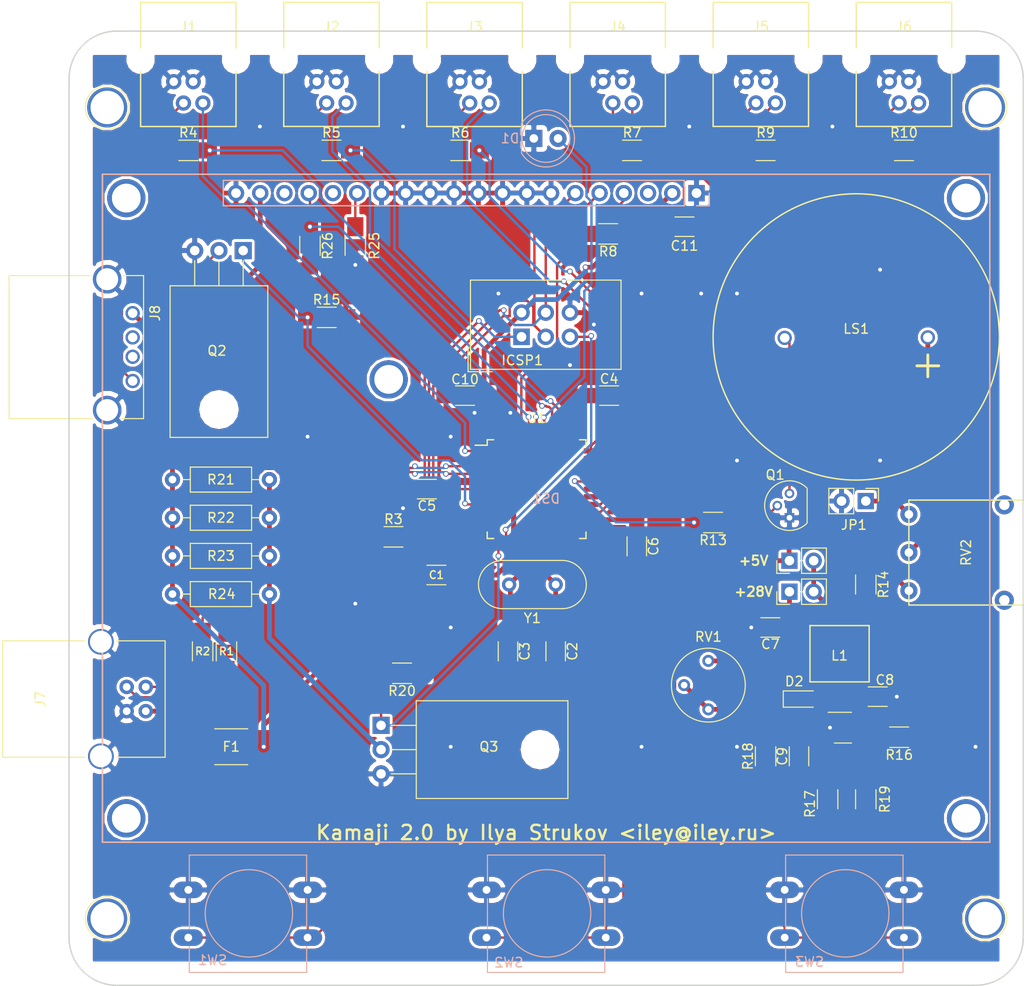
<source format=kicad_pcb>
(kicad_pcb (version 4) (host pcbnew 4.0.7)
  (layers (0 F.Cu signal) (31 B.Cu signal) (34 B.Paste user) (35 F.Paste user) (36 B.SilkS user) (37 F.SilkS user) (38 B.Mask user) (39 F.Mask user) (44 Edge.Cuts user))
  (net 0 "")
  (net 1 "Net-(BC1-Pad1)")
  (net 2 "Net-(BC1-Pad4)")
  (net 3 VCC)
  (net 4 "Net-(C2-Pad1)")
  (net 5 "Net-(C3-Pad1)")
  (net 6 "Net-(C5-Pad1)")
  (net 7 /LCD_CS)
  (net 8 /MOSI)
  (net 9 /SCK)
  (net 10 "Net-(DS1-Pad15)")
  (net 11 /LCD_RST)
  (net 12 "Net-(F1-Pad1)")
  (net 13 "Net-(J1-Pad2)")
  (net 14 /PBTN1)
  (net 15 "Net-(J2-Pad2)")
  (net 16 /PBTN2)
  (net 17 "Net-(J3-Pad2)")
  (net 18 /PBTN3)
  (net 19 "Net-(J4-Pad2)")
  (net 20 /PBTN4)
  (net 21 "Net-(J5-Pad2)")
  (net 22 /PBTN5)
  (net 23 /MISO)
  (net 24 /RST)
  (net 25 /USB_D-)
  (net 26 /USB_D+)
  (net 27 "Net-(J8-Pad4)")
  (net 28 "Net-(JP2-Pad2)")
  (net 29 "Net-(LS1-Pad2)")
  (net 30 "Net-(LS1-Pad1)")
  (net 31 "Net-(Q1-Pad2)")
  (net 32 /LAMP)
  (net 33 /DUMMY_EN)
  (net 34 "Net-(Q3-Pad2)")
  (net 35 /PLED1)
  (net 36 /PLED2)
  (net 37 /PLED3)
  (net 38 /PLED4)
  (net 39 /PLED5)
  (net 40 /SOUND)
  (net 41 "Net-(R14-Pad1)")
  (net 42 "Net-(R17-Pad1)")
  (net 43 "Net-(R18-Pad2)")
  (net 44 /CBTN1)
  (net 45 /CBTN2)
  (net 46 /CBTN3)
  (net 47 "Net-(J6-Pad2)")
  (net 48 /PBTN6)
  (net 49 /PLED6)
  (net 50 GND)
  (net 51 "/Boost Converter/BOOST_FB")
  (net 52 "/Boost Converter/BOOST_VOUT")
  (net 53 /USBBD-)
  (net 54 /USBBD+)
  (net 55 /SIGNAL_LED)
  (net 56 "Net-(JP1-Pad1)")
  (module Connectors:1pin (layer F.Cu) (at 146 143)
    (fp_text reference REF** hide)
    (fp_text value 1pin)
    (pad "" np_thru_hole circle (at 0 0) (size 4.2 4.2) (drill 3.5) (layers *.Cu *.Mask))
  )
  (module Connectors:1pin (layer F.Cu) (at 54 143)
    (fp_text reference REF** hide)
    (fp_text value 1pin)
    (pad "" np_thru_hole circle (at 0 0) (size 4.2 4.2) (drill 3.5) (layers *.Cu *.Mask))
  )
  (module Connectors:1pin (layer F.Cu) (at 146 58)
    (fp_text reference REF** hide)
    (fp_text value 1pin)
    (pad "" np_thru_hole circle (at 0 0) (size 4.2 4.2) (drill 3.5) (layers *.Cu *.Mask))
  )
  (module kamaji:Via_0.8mm (layer F.Cu) (at 105 80.75)
    (fp_text reference VIA** hide)
    (fp_text value Via_0.8mm hide)
    (pad 1 thru_hole circle (at 0 0) (size 0.8 0.8) (drill 0.4) (layers *.Cu *.Mask) (net 50 GND))
  )
  (module kamaji:Via_0.8mm (layer F.Cu) (at 145 125)
    (fp_text reference VIA** hide)
    (fp_text value Via_0.8mm hide)
    (pad 1 thru_hole circle (at 0 0) (size 0.8 0.8) (drill 0.4) (layers *.Cu *.Mask) (net 50 GND))
  )
  (module kamaji:Via_0.8mm (layer F.Cu) (at 120 125)
    (fp_text reference VIA** hide)
    (fp_text value Via_0.8mm hide)
    (pad 1 thru_hole circle (at 0 0) (size 0.8 0.8) (drill 0.4) (layers *.Cu *.Mask) (net 50 GND))
  )
  (module kamaji:Via_0.8mm (layer F.Cu) (at 110 125)
    (fp_text reference VIA** hide)
    (fp_text value Via_0.8mm hide)
    (pad 1 thru_hole circle (at 0 0) (size 0.8 0.8) (drill 0.4) (layers *.Cu *.Mask) (net 50 GND))
  )
  (module kamaji:Via_0.8mm (layer F.Cu) (at 90 125)
    (fp_text reference VIA** hide)
    (fp_text value Via_0.8mm hide)
    (pad 1 thru_hole circle (at 0 0) (size 0.8 0.8) (drill 0.4) (layers *.Cu *.Mask) (net 50 GND))
  )
  (module kamaji:Via_0.8mm (layer F.Cu) (at 70 60)
    (fp_text reference VIA** hide)
    (fp_text value Via_0.8mm hide)
    (pad 1 thru_hole circle (at 0 0) (size 0.8 0.8) (drill 0.4) (layers *.Cu *.Mask) (net 50 GND))
  )
  (module kamaji:Via_0.8mm (layer F.Cu) (at 85 60)
    (fp_text reference VIA** hide)
    (fp_text value Via_0.8mm hide)
    (pad 1 thru_hole circle (at 0 0) (size 0.8 0.8) (drill 0.4) (layers *.Cu *.Mask) (net 50 GND))
  )
  (module kamaji:Via_0.8mm (layer F.Cu) (at 95 77.5)
    (fp_text reference VIA** hide)
    (fp_text value Via_0.8mm hide)
    (pad 1 thru_hole circle (at 0 0) (size 0.8 0.8) (drill 0.4) (layers *.Cu *.Mask) (net 50 GND))
  )
  (module kamaji:Via_0.8mm (layer F.Cu) (at 115 60)
    (fp_text reference VIA** hide)
    (fp_text value Via_0.8mm hide)
    (pad 1 thru_hole circle (at 0 0) (size 0.8 0.8) (drill 0.4) (layers *.Cu *.Mask) (net 50 GND))
  )
  (module kamaji:Via_0.8mm (layer F.Cu) (at 130 60)
    (fp_text reference VIA** hide)
    (fp_text value Via_0.8mm hide)
    (pad 1 thru_hole circle (at 0 0) (size 0.8 0.8) (drill 0.4) (layers *.Cu *.Mask) (net 50 GND))
  )
  (module kamaji:Via_0.8mm (layer F.Cu) (at 135 75)
    (fp_text reference VIA** hide)
    (fp_text value Via_0.8mm hide)
    (pad 1 thru_hole circle (at 0 0) (size 0.8 0.8) (drill 0.4) (layers *.Cu *.Mask) (net 50 GND))
  )
  (module kamaji:Via_0.8mm (layer F.Cu) (at 135 95)
    (fp_text reference VIA** hide)
    (fp_text value Via_0.8mm hide)
    (pad 1 thru_hole circle (at 0 0) (size 0.8 0.8) (drill 0.4) (layers *.Cu *.Mask) (net 50 GND))
  )
  (module kamaji:Via_0.8mm (layer F.Cu) (at 120 95)
    (fp_text reference VIA** hide)
    (fp_text value Via_0.8mm hide)
    (pad 1 thru_hole circle (at 0 0) (size 0.8 0.8) (drill 0.4) (layers *.Cu *.Mask) (net 50 GND))
  )
  (module kamaji:Via_0.8mm (layer F.Cu) (at 116.25 77.5)
    (fp_text reference VIA** hide)
    (fp_text value Via_0.8mm hide)
    (pad 1 thru_hole circle (at 0 0) (size 0.8 0.8) (drill 0.4) (layers *.Cu *.Mask) (net 50 GND))
  )
  (module kamaji:Via_0.8mm (layer F.Cu) (at 120 77.5)
    (fp_text reference VIA** hide)
    (fp_text value Via_0.8mm hide)
    (pad 1 thru_hole circle (at 0 0) (size 0.8 0.8) (drill 0.4) (layers *.Cu *.Mask) (net 50 GND))
  )
  (module kamaji:Via_0.8mm (layer F.Cu) (at 110 77.5)
    (fp_text reference VIA** hide)
    (fp_text value Via_0.8mm hide)
    (pad 1 thru_hole circle (at 0 0) (size 0.8 0.8) (drill 0.4) (layers *.Cu *.Mask) (net 50 GND))
  )
  (module kamaji:LCD12864 (layer B.Cu) (at 100 100 180)
    (fp_text reference DS1 (at 0 1 180) (layer B.SilkS) (effects (justify mirror)))
    (fp_text value LCD12864B)
    (pad 1 thru_hole rect (at -15.758966 33.024284 90) (size 1.7 1.7) (drill 1) (layers *.Cu *.Mask) (net 50 GND))
    (pad 2 thru_hole oval (at -13.218966 33.024284 90) (size 1.7 1.7) (drill 1) (layers *.Cu *.Mask) (net 3 VCC))
    (pad 3 thru_hole oval (at -10.678966 33.024284 90) (size 1.7 1.7) (drill 1) (layers *.Cu *.Mask))
    (pad 4 thru_hole oval (at -8.138966 33.024284 90) (size 1.7 1.7) (drill 1) (layers *.Cu *.Mask) (net 7 /LCD_CS))
    (pad 5 thru_hole oval (at -5.598966 33.024284 90) (size 1.7 1.7) (drill 1) (layers *.Cu *.Mask) (net 8 /MOSI))
    (pad 6 thru_hole oval (at -3.058966 33.024284 90) (size 1.7 1.7) (drill 1) (layers *.Cu *.Mask) (net 9 /SCK))
    (pad 7 thru_hole oval (at -0.518966 33.024284 90) (size 1.7 1.7) (drill 1) (layers *.Cu *.Mask) (net 50 GND))
    (pad 8 thru_hole oval (at 2.021034 33.024284 90) (size 1.7 1.7) (drill 1) (layers *.Cu *.Mask) (net 50 GND))
    (pad 9 thru_hole oval (at 4.561034 33.024284 90) (size 1.7 1.7) (drill 1) (layers *.Cu *.Mask) (net 50 GND))
    (pad 10 thru_hole oval (at 7.101034 33.024284 90) (size 1.7 1.7) (drill 1) (layers *.Cu *.Mask) (net 50 GND))
    (pad 11 thru_hole oval (at 9.641034 33.024284 90) (size 1.7 1.7) (drill 1) (layers *.Cu *.Mask) (net 50 GND))
    (pad 12 thru_hole oval (at 12.181034 33.024284 90) (size 1.7 1.7) (drill 1) (layers *.Cu *.Mask) (net 50 GND))
    (pad 13 thru_hole oval (at 14.721034 33.024284 90) (size 1.7 1.7) (drill 1) (layers *.Cu *.Mask) (net 50 GND))
    (pad 14 thru_hole oval (at 17.261034 33.024284 90) (size 1.7 1.7) (drill 1) (layers *.Cu *.Mask) (net 50 GND))
    (pad 15 thru_hole oval (at 19.801034 33.024284 90) (size 1.7 1.7) (drill 1) (layers *.Cu *.Mask) (net 10 "Net-(DS1-Pad15)"))
    (pad 16 thru_hole oval (at 22.341034 33.024284 90) (size 1.7 1.7) (drill 1) (layers *.Cu *.Mask))
    (pad 17 thru_hole oval (at 24.881034 33.024284 90) (size 1.7 1.7) (drill 1) (layers *.Cu *.Mask) (net 11 /LCD_RST))
    (pad 18 thru_hole oval (at 27.421034 33.024284 90) (size 1.7 1.7) (drill 1) (layers *.Cu *.Mask))
    (pad 19 thru_hole oval (at 29.961034 33.024284 90) (size 1.7 1.7) (drill 1) (layers *.Cu *.Mask) (net 3 VCC))
    (pad 20 thru_hole oval (at 32.501034 33.024284 90) (size 1.7 1.7) (drill 1) (layers *.Cu *.Mask) (net 50 GND))
    (pad "" np_thru_hole circle (at 16.5 13.5 180) (size 4 4) (drill 3) (layers *.Cu *.Mask))
    (pad "" np_thru_hole circle (at -44 32.5 180) (size 4 4) (drill 3) (layers *.Cu *.Mask))
    (pad "" np_thru_hole circle (at 44 32.5 180) (size 4 4) (drill 3) (layers *.Cu *.Mask))
    (pad "" np_thru_hole circle (at 44 -32.5 180) (size 4 4) (drill 3) (layers *.Cu *.Mask))
    (pad "" np_thru_hole circle (at -44 -32.5 180) (size 4 4) (drill 3) (layers *.Cu *.Mask))
  )
  (module kamaji:Via_0.8mm (layer F.Cu) (at 96.25 90)
    (fp_text reference VIA** hide)
    (fp_text value Via_0.8mm hide)
    (pad 1 thru_hole circle (at 0 0) (size 0.8 0.8) (drill 0.4) (layers *.Cu *.Mask) (net 50 GND))
  )
  (module kamaji:Via_0.8mm (layer F.Cu) (at 102.5 85)
    (fp_text reference VIA** hide)
    (fp_text value Via_0.8mm hide)
    (pad 1 thru_hole circle (at 0 0) (size 0.8 0.8) (drill 0.4) (layers *.Cu *.Mask) (net 50 GND))
  )
  (module kamaji:Via_0.8mm (layer F.Cu) (at 80 110)
    (fp_text reference VIA** hide)
    (fp_text value Via_0.8mm hide)
    (pad 1 thru_hole circle (at 0 0) (size 0.8 0.8) (drill 0.4) (layers *.Cu *.Mask) (net 50 GND))
  )
  (module kamaji:Via_0.8mm (layer F.Cu) (at 90 112.5)
    (fp_text reference VIA** hide)
    (fp_text value Via_0.8mm hide)
    (pad 1 thru_hole circle (at 0 0) (size 0.8 0.8) (drill 0.4) (layers *.Cu *.Mask) (net 50 GND))
  )
  (module kamaji:Via_0.8mm (layer F.Cu) (at 85 100)
    (fp_text reference VIA** hide)
    (fp_text value Via_0.8mm hide)
    (pad 1 thru_hole circle (at 0 0) (size 0.8 0.8) (drill 0.4) (layers *.Cu *.Mask) (net 50 GND))
  )
  (module kamaji:Via_0.8mm (layer F.Cu) (at 92.5 90)
    (fp_text reference VIA** hide)
    (fp_text value Via_0.8mm hide)
    (pad 1 thru_hole circle (at 0 0) (size 0.8 0.8) (drill 0.4) (layers *.Cu *.Mask) (net 50 GND))
  )
  (module kamaji:Via_0.8mm (layer F.Cu) (at 90 92.5)
    (fp_text reference VIA** hide)
    (fp_text value Via_0.8mm hide)
    (pad 1 thru_hole circle (at 0 0) (size 0.8 0.8) (drill 0.4) (layers *.Cu *.Mask) (net 50 GND))
  )
  (module TO_SOT_Packages_THT:TO-220-3_Horizontal (layer F.Cu) (at 82.7 122.76 270)
    (fp_text reference Q3 (at 2.24 -11.3 360) (layer F.SilkS))
    (fp_text value IRL540N)
    (pad 0 np_thru_hole oval (at 2.54 -16.66 270) (size 3.5 3.5) (drill 3.5) (layers *.Cu *.Mask))
    (pad 1 thru_hole rect (at 0 0 270) (size 1.8 1.8) (drill 1) (layers *.Cu *.Mask) (net 33 /DUMMY_EN))
    (pad 2 thru_hole oval (at 2.54 0 270) (size 1.8 1.8) (drill 1) (layers *.Cu *.Mask) (net 34 "Net-(Q3-Pad2)"))
    (pad 3 thru_hole oval (at 5.08 0 270) (size 1.8 1.8) (drill 1) (layers *.Cu *.Mask) (net 50 GND))
  )
  (module TO_SOT_Packages_THT:TO-92_Molded_Narrow (layer F.Cu) (at 125.5 101 90)
    (fp_text reference Q1 (at 4.5 -1.5 180) (layer F.SilkS))
    (fp_text value 2N3904)
    (pad 2 thru_hole circle (at 1.27 -1.27 180) (size 1 1) (drill 0.6) (layers *.Cu *.Mask) (net 31 "Net-(Q1-Pad2)"))
    (pad 3 thru_hole circle (at 2.54 0 180) (size 1 1) (drill 0.6) (layers *.Cu *.Mask) (net 29 "Net-(LS1-Pad2)"))
    (pad 1 thru_hole rect (at 0 0 180) (size 1 1) (drill 0.6) (layers *.Cu *.Mask) (net 50 GND))
  )
  (module kamaji:LCD12864 (layer B.Cu) (at 100 100 180)
    (fp_text reference DS1 (at 0 1 180) (layer B.SilkS) (effects (justify mirror)))
    (fp_text value LCD12864B)
    (pad 1 thru_hole rect (at -15.758966 33.024284 90) (size 1.7 1.7) (drill 1) (layers *.Cu *.Mask) (net 50 GND))
    (pad 2 thru_hole oval (at -13.218966 33.024284 90) (size 1.7 1.7) (drill 1) (layers *.Cu *.Mask) (net 3 VCC))
    (pad 3 thru_hole oval (at -10.678966 33.024284 90) (size 1.7 1.7) (drill 1) (layers *.Cu *.Mask))
    (pad 4 thru_hole oval (at -8.138966 33.024284 90) (size 1.7 1.7) (drill 1) (layers *.Cu *.Mask) (net 7 /LCD_CS))
    (pad 5 thru_hole oval (at -5.598966 33.024284 90) (size 1.7 1.7) (drill 1) (layers *.Cu *.Mask) (net 8 /MOSI))
    (pad 6 thru_hole oval (at -3.058966 33.024284 90) (size 1.7 1.7) (drill 1) (layers *.Cu *.Mask) (net 9 /SCK))
    (pad 7 thru_hole oval (at -0.518966 33.024284 90) (size 1.7 1.7) (drill 1) (layers *.Cu *.Mask) (net 50 GND))
    (pad 8 thru_hole oval (at 2.021034 33.024284 90) (size 1.7 1.7) (drill 1) (layers *.Cu *.Mask) (net 50 GND))
    (pad 9 thru_hole oval (at 4.561034 33.024284 90) (size 1.7 1.7) (drill 1) (layers *.Cu *.Mask) (net 50 GND))
    (pad 10 thru_hole oval (at 7.101034 33.024284 90) (size 1.7 1.7) (drill 1) (layers *.Cu *.Mask) (net 50 GND))
    (pad 11 thru_hole oval (at 9.641034 33.024284 90) (size 1.7 1.7) (drill 1) (layers *.Cu *.Mask) (net 50 GND))
    (pad 12 thru_hole oval (at 12.181034 33.024284 90) (size 1.7 1.7) (drill 1) (layers *.Cu *.Mask) (net 50 GND))
    (pad 13 thru_hole oval (at 14.721034 33.024284 90) (size 1.7 1.7) (drill 1) (layers *.Cu *.Mask) (net 50 GND))
    (pad 14 thru_hole oval (at 17.261034 33.024284 90) (size 1.7 1.7) (drill 1) (layers *.Cu *.Mask) (net 50 GND))
    (pad 15 thru_hole oval (at 19.801034 33.024284 90) (size 1.7 1.7) (drill 1) (layers *.Cu *.Mask) (net 10 "Net-(DS1-Pad15)"))
    (pad 16 thru_hole oval (at 22.341034 33.024284 90) (size 1.7 1.7) (drill 1) (layers *.Cu *.Mask))
    (pad 17 thru_hole oval (at 24.881034 33.024284 90) (size 1.7 1.7) (drill 1) (layers *.Cu *.Mask) (net 11 /LCD_RST))
    (pad 18 thru_hole oval (at 27.421034 33.024284 90) (size 1.7 1.7) (drill 1) (layers *.Cu *.Mask))
    (pad 19 thru_hole oval (at 29.961034 33.024284 90) (size 1.7 1.7) (drill 1) (layers *.Cu *.Mask) (net 3 VCC))
    (pad 20 thru_hole oval (at 32.501034 33.024284 90) (size 1.7 1.7) (drill 1) (layers *.Cu *.Mask) (net 50 GND))
    (pad "" np_thru_hole circle (at 16.5 13.5 180) (size 4 4) (drill 3) (layers *.Cu *.Mask))
    (pad "" np_thru_hole circle (at -44 32.5 180) (size 4 4) (drill 3) (layers *.Cu *.Mask))
    (pad "" np_thru_hole circle (at 44 32.5 180) (size 4 4) (drill 3) (layers *.Cu *.Mask))
    (pad "" np_thru_hole circle (at 44 -32.5 180) (size 4 4) (drill 3) (layers *.Cu *.Mask))
    (pad "" np_thru_hole circle (at -44 -32.5 180) (size 4 4) (drill 3) (layers *.Cu *.Mask))
  )
  (module Connectors_IDC:IDC-Header_2x03_Pitch2.54mm_Straight (layer F.Cu) (at 97.42 82.04 90)
    (fp_text reference ICSP1 (at -2.46 0.08 180) (layer F.SilkS))
    (fp_text value ICSP)
    (pad 1 thru_hole rect (at 0 0 90) (size 1.7272 1.7272) (drill 1.016) (layers *.Cu *.Mask) (net 23 /MISO))
    (pad 2 thru_hole oval (at 2.54 0 90) (size 1.7272 1.7272) (drill 1.016) (layers *.Cu *.Mask) (net 3 VCC))
    (pad 3 thru_hole oval (at 0 2.54 90) (size 1.7272 1.7272) (drill 1.016) (layers *.Cu *.Mask) (net 9 /SCK))
    (pad 4 thru_hole oval (at 2.54 2.54 90) (size 1.7272 1.7272) (drill 1.016) (layers *.Cu *.Mask) (net 8 /MOSI))
    (pad 5 thru_hole oval (at 0 5.08 90) (size 1.7272 1.7272) (drill 1.016) (layers *.Cu *.Mask) (net 24 /RST))
    (pad 6 thru_hole oval (at 2.54 5.08 90) (size 1.7272 1.7272) (drill 1.016) (layers *.Cu *.Mask) (net 50 GND))
  )
  (module TO_SOT_Packages_SMD:SOT-23-5_HandSoldering (layer F.Cu) (at 131.1 123)
    (fp_text reference BC1 hide)
    (fp_text value LM27313)
    (pad 1 smd rect (at -1.35 -0.95) (size 1.56 0.65) (layers F.Cu F.Paste F.Mask) (net 1 "Net-(BC1-Pad1)"))
    (pad 2 smd rect (at -1.35 0) (size 1.56 0.65) (layers F.Cu F.Paste F.Mask) (net 50 GND))
    (pad 3 smd rect (at -1.35 0.95) (size 1.56 0.65) (layers F.Cu F.Paste F.Mask) (net 51 "/Boost Converter/BOOST_FB"))
    (pad 4 smd rect (at 1.35 0.95) (size 1.56 0.65) (layers F.Cu F.Paste F.Mask) (net 2 "Net-(BC1-Pad4)"))
    (pad 5 smd rect (at 1.35 -0.95) (size 1.56 0.65) (layers F.Cu F.Paste F.Mask) (net 3 VCC))
  )
  (module Capacitors_SMD:C_1206_HandSoldering (layer F.Cu) (at 88.5 107 180)
    (fp_text reference C1 (at 0 0 180) (layer F.SilkS) (effects (font (size 0.8 0.8))))
    (fp_text value 10uF)
    (pad 1 smd rect (at -2 0 180) (size 2 1.6) (layers F.Cu F.Paste F.Mask) (net 3 VCC))
    (pad 2 smd rect (at 2 0 180) (size 2 1.6) (layers F.Cu F.Paste F.Mask) (net 50 GND))
  )
  (module Capacitors_SMD:C_1206_HandSoldering (layer F.Cu) (at 101 115 270)
    (fp_text reference C2 (at 0 -1.75 270) (layer F.SilkS))
    (fp_text value 18pF)
    (pad 1 smd rect (at -2 0 270) (size 2 1.6) (layers F.Cu F.Paste F.Mask) (net 4 "Net-(C2-Pad1)"))
    (pad 2 smd rect (at 2 0 270) (size 2 1.6) (layers F.Cu F.Paste F.Mask) (net 50 GND))
  )
  (module Capacitors_SMD:C_1206_HandSoldering (layer F.Cu) (at 96 115 270)
    (fp_text reference C3 (at 0 -1.75 270) (layer F.SilkS))
    (fp_text value 18pF)
    (pad 1 smd rect (at -2 0 270) (size 2 1.6) (layers F.Cu F.Paste F.Mask) (net 5 "Net-(C3-Pad1)"))
    (pad 2 smd rect (at 2 0 270) (size 2 1.6) (layers F.Cu F.Paste F.Mask) (net 50 GND))
  )
  (module Capacitors_SMD:C_1206_HandSoldering (layer F.Cu) (at 106.6 88.2)
    (fp_text reference C4 (at 0 -1.75) (layer F.SilkS))
    (fp_text value 0.1uF)
    (pad 1 smd rect (at -2 0) (size 2 1.6) (layers F.Cu F.Paste F.Mask) (net 3 VCC))
    (pad 2 smd rect (at 2 0) (size 2 1.6) (layers F.Cu F.Paste F.Mask) (net 50 GND))
  )
  (module Capacitors_SMD:C_1206_HandSoldering (layer F.Cu) (at 87.5 98 180)
    (fp_text reference C5 (at 0 -1.75 180) (layer F.SilkS))
    (fp_text value 0.1uF)
    (pad 1 smd rect (at -2 0 180) (size 2 1.6) (layers F.Cu F.Paste F.Mask) (net 6 "Net-(C5-Pad1)"))
    (pad 2 smd rect (at 2 0 180) (size 2 1.6) (layers F.Cu F.Paste F.Mask) (net 50 GND))
  )
  (module Capacitors_SMD:C_1206_HandSoldering (layer F.Cu) (at 109.5 104 270)
    (fp_text reference C6 (at 0 -1.75 270) (layer F.SilkS))
    (fp_text value 0.1uF)
    (pad 1 smd rect (at -2 0 270) (size 2 1.6) (layers F.Cu F.Paste F.Mask) (net 3 VCC))
    (pad 2 smd rect (at 2 0 270) (size 2 1.6) (layers F.Cu F.Paste F.Mask) (net 50 GND))
  )
  (module Capacitors_SMD:C_1206_HandSoldering (layer F.Cu) (at 123.5 112.5 180)
    (fp_text reference C7 (at 0 -1.75 180) (layer F.SilkS))
    (fp_text value 4.7uF)
    (pad 1 smd rect (at -2 0 180) (size 2 1.6) (layers F.Cu F.Paste F.Mask) (net 52 "/Boost Converter/BOOST_VOUT"))
    (pad 2 smd rect (at 2 0 180) (size 2 1.6) (layers F.Cu F.Paste F.Mask) (net 50 GND))
  )
  (module Capacitors_SMD:C_1206_HandSoldering (layer F.Cu) (at 134.75 119.75)
    (fp_text reference C8 (at 0.75 -1.75) (layer F.SilkS))
    (fp_text value 2.2uF)
    (pad 1 smd rect (at -2 0) (size 2 1.6) (layers F.Cu F.Paste F.Mask) (net 3 VCC))
    (pad 2 smd rect (at 2 0) (size 2 1.6) (layers F.Cu F.Paste F.Mask) (net 50 GND))
  )
  (module Capacitors_SMD:C_1206_HandSoldering (layer F.Cu) (at 126.5 126 90)
    (fp_text reference C9 (at 0 -1.75 90) (layer F.SilkS))
    (fp_text value 220pF)
    (pad 1 smd rect (at -2 0 90) (size 2 1.6) (layers F.Cu F.Paste F.Mask) (net 51 "/Boost Converter/BOOST_FB"))
    (pad 2 smd rect (at 2 0 90) (size 2 1.6) (layers F.Cu F.Paste F.Mask) (net 50 GND))
  )
  (module Capacitors_SMD:C_1206_HandSoldering (layer F.Cu) (at 91.5 88.2 180)
    (fp_text reference C10 (at 0 1.7 360) (layer F.SilkS))
    (fp_text value 0.1uF)
    (pad 1 smd rect (at -2 0 180) (size 2 1.6) (layers F.Cu F.Paste F.Mask) (net 3 VCC))
    (pad 2 smd rect (at 2 0 180) (size 2 1.6) (layers F.Cu F.Paste F.Mask) (net 50 GND))
  )
  (module Diodes_SMD:D_SOD-323_HandSoldering (layer F.Cu) (at 126.75 120)
    (fp_text reference D2 (at -0.75 -1.85) (layer F.SilkS))
    (fp_text value MBR0540)
    (pad 1 smd rect (at -1.25 0) (size 1 1) (layers F.Cu F.Paste F.Mask) (net 52 "/Boost Converter/BOOST_VOUT"))
    (pad 2 smd rect (at 1.25 0) (size 1 1) (layers F.Cu F.Paste F.Mask) (net 1 "Net-(BC1-Pad1)"))
  )
  (module Resistors_SMD:R_1812_HandSoldering (layer F.Cu) (at 67 125)
    (fp_text reference F1 (at 0 0) (layer F.SilkS))
    (fp_text value 1A)
    (pad 1 smd rect (at -3.4 0) (size 3.5 3.5) (layers F.Cu F.Paste F.Mask) (net 12 "Net-(F1-Pad1)"))
    (pad 2 smd rect (at 3.4 0) (size 3.5 3.5) (layers F.Cu F.Paste F.Mask) (net 3 VCC))
  )
  (module kamaji:RJ10 (layer F.Cu) (at 62.5 47 180)
    (fp_text reference J1 (at 0 -2.54 180) (layer F.SilkS))
    (fp_text value RJ10)
    (pad 1 thru_hole circle (at 1.53 -8.3 180) (size 1.6 1.6) (drill 0.9) (layers *.Cu *.Mask) (net 50 GND))
    (pad 2 thru_hole circle (at 0.51 -10.54 180) (size 1.6 1.6) (drill 0.9) (layers *.Cu *.Mask) (net 13 "Net-(J1-Pad2)"))
    (pad 3 thru_hole circle (at -0.51 -8.3 180) (size 1.6 1.6) (drill 0.9) (layers *.Cu *.Mask) (net 50 GND))
    (pad 4 thru_hole circle (at -1.53 -10.54 180) (size 1.6 1.6) (drill 0.9) (layers *.Cu *.Mask) (net 14 /PBTN1))
    (pad "" np_thru_hole circle (at 5 -6 180) (size 2.36 2.36) (drill 2.36) (layers *.Cu *.Mask))
    (pad "" np_thru_hole circle (at -5 -6 180) (size 2.36 2.36) (drill 2.36) (layers *.Cu *.Mask))
  )
  (module kamaji:RJ10 (layer F.Cu) (at 77.5 46.99 180)
    (fp_text reference J2 (at 0 -2.54 180) (layer F.SilkS))
    (fp_text value RJ10)
    (pad 1 thru_hole circle (at 1.53 -8.3 180) (size 1.6 1.6) (drill 0.9) (layers *.Cu *.Mask) (net 50 GND))
    (pad 2 thru_hole circle (at 0.51 -10.54 180) (size 1.6 1.6) (drill 0.9) (layers *.Cu *.Mask) (net 15 "Net-(J2-Pad2)"))
    (pad 3 thru_hole circle (at -0.51 -8.3 180) (size 1.6 1.6) (drill 0.9) (layers *.Cu *.Mask) (net 50 GND))
    (pad 4 thru_hole circle (at -1.53 -10.54 180) (size 1.6 1.6) (drill 0.9) (layers *.Cu *.Mask) (net 16 /PBTN2))
    (pad "" np_thru_hole circle (at 5 -6 180) (size 2.36 2.36) (drill 2.36) (layers *.Cu *.Mask))
    (pad "" np_thru_hole circle (at -5 -6 180) (size 2.36 2.36) (drill 2.36) (layers *.Cu *.Mask))
  )
  (module kamaji:RJ10 (layer F.Cu) (at 92.5 47 180)
    (fp_text reference J3 (at 0 -2.54 180) (layer F.SilkS))
    (fp_text value RJ10)
    (pad 1 thru_hole circle (at 1.53 -8.3 180) (size 1.6 1.6) (drill 0.9) (layers *.Cu *.Mask) (net 50 GND))
    (pad 2 thru_hole circle (at 0.51 -10.54 180) (size 1.6 1.6) (drill 0.9) (layers *.Cu *.Mask) (net 17 "Net-(J3-Pad2)"))
    (pad 3 thru_hole circle (at -0.51 -8.3 180) (size 1.6 1.6) (drill 0.9) (layers *.Cu *.Mask) (net 50 GND))
    (pad 4 thru_hole circle (at -1.53 -10.54 180) (size 1.6 1.6) (drill 0.9) (layers *.Cu *.Mask) (net 18 /PBTN3))
    (pad "" np_thru_hole circle (at 5 -6 180) (size 2.36 2.36) (drill 2.36) (layers *.Cu *.Mask))
    (pad "" np_thru_hole circle (at -5 -6 180) (size 2.36 2.36) (drill 2.36) (layers *.Cu *.Mask))
  )
  (module kamaji:RJ10 (layer F.Cu) (at 107.5 46.99 180)
    (fp_text reference J4 (at 0 -2.54 180) (layer F.SilkS))
    (fp_text value RJ10)
    (pad 1 thru_hole circle (at 1.53 -8.3 180) (size 1.6 1.6) (drill 0.9) (layers *.Cu *.Mask) (net 50 GND))
    (pad 2 thru_hole circle (at 0.51 -10.54 180) (size 1.6 1.6) (drill 0.9) (layers *.Cu *.Mask) (net 19 "Net-(J4-Pad2)"))
    (pad 3 thru_hole circle (at -0.51 -8.3 180) (size 1.6 1.6) (drill 0.9) (layers *.Cu *.Mask) (net 50 GND))
    (pad 4 thru_hole circle (at -1.53 -10.54 180) (size 1.6 1.6) (drill 0.9) (layers *.Cu *.Mask) (net 20 /PBTN4))
    (pad "" np_thru_hole circle (at 5 -6 180) (size 2.36 2.36) (drill 2.36) (layers *.Cu *.Mask))
    (pad "" np_thru_hole circle (at -5 -6 180) (size 2.36 2.36) (drill 2.36) (layers *.Cu *.Mask))
  )
  (module kamaji:RJ10 (layer F.Cu) (at 122.5 46.99 180)
    (fp_text reference J5 (at 0 -2.54 180) (layer F.SilkS))
    (fp_text value RJ10)
    (pad 1 thru_hole circle (at 1.53 -8.3 180) (size 1.6 1.6) (drill 0.9) (layers *.Cu *.Mask) (net 50 GND))
    (pad 2 thru_hole circle (at 0.51 -10.54 180) (size 1.6 1.6) (drill 0.9) (layers *.Cu *.Mask) (net 21 "Net-(J5-Pad2)"))
    (pad 3 thru_hole circle (at -0.51 -8.3 180) (size 1.6 1.6) (drill 0.9) (layers *.Cu *.Mask) (net 50 GND))
    (pad 4 thru_hole circle (at -1.53 -10.54 180) (size 1.6 1.6) (drill 0.9) (layers *.Cu *.Mask) (net 22 /PBTN5))
    (pad "" np_thru_hole circle (at 5 -6 180) (size 2.36 2.36) (drill 2.36) (layers *.Cu *.Mask))
    (pad "" np_thru_hole circle (at -5 -6 180) (size 2.36 2.36) (drill 2.36) (layers *.Cu *.Mask))
  )
  (module Connectors:USB_B (layer F.Cu) (at 58.04 121.27 180)
    (fp_text reference J7 (at 11.05 1.27 270) (layer F.SilkS))
    (fp_text value USB_B)
    (pad 2 thru_hole circle (at 0 2.54 90) (size 1.52 1.52) (drill 0.81) (layers *.Cu *.Mask) (net 53 /USBBD-))
    (pad 1 thru_hole circle (at 0 0 90) (size 1.52 1.52) (drill 0.81) (layers *.Cu *.Mask) (net 12 "Net-(F1-Pad1)"))
    (pad 4 thru_hole circle (at 2 0 90) (size 1.52 1.52) (drill 0.81) (layers *.Cu *.Mask) (net 50 GND))
    (pad 3 thru_hole circle (at 2 2.54 90) (size 1.52 1.52) (drill 0.81) (layers *.Cu *.Mask) (net 54 /USBBD+))
    (pad 5 thru_hole circle (at 4.7 7.27 90) (size 2.7 2.7) (drill 2.3) (layers *.Cu *.Mask) (net 50 GND))
    (pad 5 thru_hole circle (at 4.7 -4.73 90) (size 2.7 2.7) (drill 2.3) (layers *.Cu *.Mask) (net 50 GND))
  )
  (module Connectors:USB_A (layer F.Cu) (at 56.67 79.56 270)
    (fp_text reference J8 (at 0 -2.35 270) (layer F.SilkS))
    (fp_text value USB_A)
    (pad 4 thru_hole circle (at 7.11 0 180) (size 1.5 1.5) (drill 1) (layers *.Cu *.Mask) (net 27 "Net-(J8-Pad4)"))
    (pad 3 thru_hole circle (at 4.57 0 180) (size 1.5 1.5) (drill 1) (layers *.Cu *.Mask))
    (pad 2 thru_hole circle (at 2.54 0 180) (size 1.5 1.5) (drill 1) (layers *.Cu *.Mask))
    (pad 1 thru_hole circle (at 0 0 180) (size 1.5 1.5) (drill 1) (layers *.Cu *.Mask) (net 3 VCC))
    (pad 5 thru_hole circle (at 10.16 2.67 180) (size 3 3) (drill 2.3) (layers *.Cu *.Mask) (net 50 GND))
    (pad 5 thru_hole circle (at -3.56 2.67 180) (size 3 3) (drill 2.3) (layers *.Cu *.Mask) (net 50 GND))
  )
  (module kamaji:Inductor_PIS2408_SMD (layer F.Cu) (at 130.75 115.25 270)
    (fp_text reference L1 (at 0.2 0 360) (layer F.SilkS))
    (fp_text value 10uH)
    (pad 1 smd rect (at 0 -3 270) (size 1.9 1.4) (layers F.Cu F.Paste F.Mask) (net 3 VCC))
    (pad 2 smd rect (at 0 3 270) (size 1.9 1.4) (layers F.Cu F.Paste F.Mask) (net 1 "Net-(BC1-Pad1)"))
  )
  (module kamaji:buzzer_30x17 (layer F.Cu) (at 132.5 82.05 180)
    (fp_text reference LS1 (at 0 0.85 180) (layer F.SilkS))
    (fp_text value Speaker_Crystal)
    (fp_text user + (at -7.5 -2.8 180) (layer F.SilkS) (effects (font (size 3 3) (thickness 0.3))))
    (pad 2 thru_hole circle (at 7.5 -0.1 180) (size 1.5 1.5) (drill 1) (layers *.Cu *.Mask) (net 29 "Net-(LS1-Pad2)"))
    (pad 1 thru_hole circle (at -7.5 -0.05 180) (size 1.5 1.5) (drill 1) (layers *.Cu *.Mask) (net 30 "Net-(LS1-Pad1)"))
  )
  (module TO_SOT_Packages_THT:TO-220-3_Horizontal (layer F.Cu) (at 68.25 73 180)
    (fp_text reference Q2 (at 2.75 -10.5 180) (layer F.SilkS))
    (fp_text value IRL540N)
    (pad 0 np_thru_hole oval (at 2.54 -16.66 180) (size 3.5 3.5) (drill 3.5) (layers *.Cu *.Mask))
    (pad 1 thru_hole rect (at 0 0 180) (size 1.8 1.8) (drill 1) (layers *.Cu *.Mask) (net 32 /LAMP))
    (pad 2 thru_hole oval (at 2.54 0 180) (size 1.8 1.8) (drill 1) (layers *.Cu *.Mask) (net 27 "Net-(J8-Pad4)"))
    (pad 3 thru_hole oval (at 5.08 0 180) (size 1.8 1.8) (drill 1) (layers *.Cu *.Mask) (net 50 GND))
  )
  (module Resistors_SMD:R_1206_HandSoldering (layer F.Cu) (at 66.5 115 270)
    (fp_text reference R1 (at 0 0 360) (layer F.SilkS) (effects (font (size 0.8 0.8))))
    (fp_text value 22R)
    (pad 1 smd rect (at -2 0 270) (size 2 1.7) (layers F.Cu F.Paste F.Mask) (net 26 /USB_D+))
    (pad 2 smd rect (at 2 0 270) (size 2 1.7) (layers F.Cu F.Paste F.Mask) (net 54 /USBBD+))
  )
  (module Resistors_SMD:R_1206_HandSoldering (layer F.Cu) (at 64 115 270)
    (fp_text reference R2 (at 0 0 360) (layer F.SilkS) (effects (font (size 0.8 0.8))))
    (fp_text value 22R)
    (pad 1 smd rect (at -2 0 270) (size 2 1.7) (layers F.Cu F.Paste F.Mask) (net 25 /USB_D-))
    (pad 2 smd rect (at 2 0 270) (size 2 1.7) (layers F.Cu F.Paste F.Mask) (net 53 /USBBD-))
  )
  (module Resistors_SMD:R_1206_HandSoldering (layer F.Cu) (at 84 103)
    (fp_text reference R3 (at 0 -1.85) (layer F.SilkS))
    (fp_text value 10K)
    (pad 1 smd rect (at -2 0) (size 2 1.7) (layers F.Cu F.Paste F.Mask) (net 3 VCC))
    (pad 2 smd rect (at 2 0) (size 2 1.7) (layers F.Cu F.Paste F.Mask) (net 24 /RST))
  )
  (module Resistors_SMD:R_1206_HandSoldering (layer F.Cu) (at 62.5 62.5)
    (fp_text reference R4 (at 0 -1.85) (layer F.SilkS))
    (fp_text value 220R)
    (pad 1 smd rect (at -2 0) (size 2 1.7) (layers F.Cu F.Paste F.Mask) (net 13 "Net-(J1-Pad2)"))
    (pad 2 smd rect (at 2 0) (size 2 1.7) (layers F.Cu F.Paste F.Mask) (net 35 /PLED1))
  )
  (module Resistors_SMD:R_1206_HandSoldering (layer F.Cu) (at 77.5 62.5)
    (fp_text reference R5 (at 0 -1.85) (layer F.SilkS))
    (fp_text value 220R)
    (pad 1 smd rect (at -2 0) (size 2 1.7) (layers F.Cu F.Paste F.Mask) (net 15 "Net-(J2-Pad2)"))
    (pad 2 smd rect (at 2 0) (size 2 1.7) (layers F.Cu F.Paste F.Mask) (net 36 /PLED2))
  )
  (module Resistors_SMD:R_1206_HandSoldering (layer F.Cu) (at 91 62.5)
    (fp_text reference R6 (at 0 -1.85) (layer F.SilkS))
    (fp_text value 220R)
    (pad 1 smd rect (at -2 0) (size 2 1.7) (layers F.Cu F.Paste F.Mask) (net 17 "Net-(J3-Pad2)"))
    (pad 2 smd rect (at 2 0) (size 2 1.7) (layers F.Cu F.Paste F.Mask) (net 37 /PLED3))
  )
  (module Resistors_SMD:R_1206_HandSoldering (layer F.Cu) (at 109 62.5)
    (fp_text reference R7 (at 0 -1.85) (layer F.SilkS))
    (fp_text value 220R)
    (pad 1 smd rect (at -2 0) (size 2 1.7) (layers F.Cu F.Paste F.Mask) (net 19 "Net-(J4-Pad2)"))
    (pad 2 smd rect (at 2 0) (size 2 1.7) (layers F.Cu F.Paste F.Mask) (net 38 /PLED4))
  )
  (module Resistors_SMD:R_1206_HandSoldering (layer F.Cu) (at 106.5 71.25 180)
    (fp_text reference R8 (at 0 -1.85 180) (layer F.SilkS))
    (fp_text value 10K)
    (pad 1 smd rect (at -2 0 180) (size 2 1.7) (layers F.Cu F.Paste F.Mask) (net 3 VCC))
    (pad 2 smd rect (at 2 0 180) (size 2 1.7) (layers F.Cu F.Paste F.Mask) (net 7 /LCD_CS))
  )
  (module Resistors_SMD:R_1206_HandSoldering (layer F.Cu) (at 123 62.5)
    (fp_text reference R9 (at 0 -1.85) (layer F.SilkS))
    (fp_text value 220R)
    (pad 1 smd rect (at -2 0) (size 2 1.7) (layers F.Cu F.Paste F.Mask) (net 21 "Net-(J5-Pad2)"))
    (pad 2 smd rect (at 2 0) (size 2 1.7) (layers F.Cu F.Paste F.Mask) (net 39 /PLED5))
  )
  (module Resistors_SMD:R_1206_HandSoldering (layer F.Cu) (at 137.5 62.5)
    (fp_text reference R10 (at 0 -1.85) (layer F.SilkS))
    (fp_text value 220R)
    (pad 1 smd rect (at -2 0) (size 2 1.7) (layers F.Cu F.Paste F.Mask) (net 47 "Net-(J6-Pad2)"))
    (pad 2 smd rect (at 2 0) (size 2 1.7) (layers F.Cu F.Paste F.Mask) (net 49 /PLED6))
  )
  (module Resistors_SMD:R_1206_HandSoldering (layer F.Cu) (at 117.5 101.5 180)
    (fp_text reference R13 (at 0 -1.85 180) (layer F.SilkS))
    (fp_text value 1K)
    (pad 1 smd rect (at -2 0 180) (size 2 1.7) (layers F.Cu F.Paste F.Mask) (net 31 "Net-(Q1-Pad2)"))
    (pad 2 smd rect (at 2 0 180) (size 2 1.7) (layers F.Cu F.Paste F.Mask) (net 40 /SOUND))
  )
  (module Resistors_SMD:R_1206_HandSoldering (layer F.Cu) (at 133.5 108 270)
    (fp_text reference R14 (at 0 -1.85 270) (layer F.SilkS))
    (fp_text value 0)
    (pad 1 smd rect (at -2 0 270) (size 2 1.7) (layers F.Cu F.Paste F.Mask) (net 41 "Net-(R14-Pad1)"))
    (pad 2 smd rect (at 2 0 270) (size 2 1.7) (layers F.Cu F.Paste F.Mask) (net 28 "Net-(JP2-Pad2)"))
  )
  (module Resistors_SMD:R_1206_HandSoldering (layer F.Cu) (at 77 80)
    (fp_text reference R15 (at 0 -1.85) (layer F.SilkS))
    (fp_text value 10K)
    (pad 1 smd rect (at -2 0) (size 2 1.7) (layers F.Cu F.Paste F.Mask) (net 32 /LAMP))
    (pad 2 smd rect (at 2 0) (size 2 1.7) (layers F.Cu F.Paste F.Mask) (net 50 GND))
  )
  (module Resistors_SMD:R_1206_HandSoldering (layer F.Cu) (at 137 124 180)
    (fp_text reference R16 (at 0 -1.85 180) (layer F.SilkS))
    (fp_text value 51K)
    (pad 1 smd rect (at -2 0 180) (size 2 1.7) (layers F.Cu F.Paste F.Mask) (net 3 VCC))
    (pad 2 smd rect (at 2 0 180) (size 2 1.7) (layers F.Cu F.Paste F.Mask) (net 2 "Net-(BC1-Pad4)"))
  )
  (module Resistors_SMD:R_1206_HandSoldering (layer F.Cu) (at 129.5 130.5 90)
    (fp_text reference R17 (at -0.5 -1.85 90) (layer F.SilkS))
    (fp_text value 31K3)
    (pad 1 smd rect (at -2 0 90) (size 2 1.7) (layers F.Cu F.Paste F.Mask) (net 42 "Net-(R17-Pad1)"))
    (pad 2 smd rect (at 2 0 90) (size 2 1.7) (layers F.Cu F.Paste F.Mask) (net 51 "/Boost Converter/BOOST_FB"))
  )
  (module Resistors_SMD:R_1206_HandSoldering (layer F.Cu) (at 123 126 90)
    (fp_text reference R18 (at 0 -1.85 90) (layer F.SilkS))
    (fp_text value 100K)
    (pad 1 smd rect (at -2 0 90) (size 2 1.7) (layers F.Cu F.Paste F.Mask) (net 51 "/Boost Converter/BOOST_FB"))
    (pad 2 smd rect (at 2 0 90) (size 2 1.7) (layers F.Cu F.Paste F.Mask) (net 43 "Net-(R18-Pad2)"))
  )
  (module Resistors_SMD:R_1206_HandSoldering (layer F.Cu) (at 133.5 130.5 90)
    (fp_text reference R19 (at 0 2 90) (layer F.SilkS))
    (fp_text value 0)
    (pad 1 smd rect (at -2 0 90) (size 2 1.7) (layers F.Cu F.Paste F.Mask) (net 42 "Net-(R17-Pad1)"))
    (pad 2 smd rect (at 2 0 90) (size 2 1.7) (layers F.Cu F.Paste F.Mask) (net 50 GND))
  )
  (module Resistors_SMD:R_1206_HandSoldering (layer F.Cu) (at 84.9 117.3 180)
    (fp_text reference R20 (at 0 -1.85 180) (layer F.SilkS))
    (fp_text value 10K)
    (pad 1 smd rect (at -2 0 180) (size 2 1.7) (layers F.Cu F.Paste F.Mask) (net 33 /DUMMY_EN))
    (pad 2 smd rect (at 2 0 180) (size 2 1.7) (layers F.Cu F.Paste F.Mask) (net 50 GND))
  )
  (module Resistors_SMD:R_1206_HandSoldering (layer F.Cu) (at 80 72.5 90)
    (fp_text reference R25 (at 0 2 90) (layer F.SilkS))
    (fp_text value 10K)
    (pad 1 smd rect (at -2 0 90) (size 2 1.7) (layers F.Cu F.Paste F.Mask) (net 50 GND))
    (pad 2 smd rect (at 2 0 90) (size 2 1.7) (layers F.Cu F.Paste F.Mask) (net 10 "Net-(DS1-Pad15)"))
  )
  (module Resistors_SMD:R_1206_HandSoldering (layer F.Cu) (at 75.25 72.5 270)
    (fp_text reference R26 (at 0 -1.85 270) (layer F.SilkS))
    (fp_text value 10K)
    (pad 1 smd rect (at -2 0 270) (size 2 1.7) (layers F.Cu F.Paste F.Mask) (net 11 /LCD_RST))
    (pad 2 smd rect (at 2 0 270) (size 2 1.7) (layers F.Cu F.Paste F.Mask) (net 3 VCC))
  )
  (module Potentiometers:Potentiometer_Trimmer_Bourns_3339P_Horizontal (layer F.Cu) (at 117 121.08)
    (fp_text reference RV1 (at 0 -7.6) (layer F.SilkS))
    (fp_text value 200K)
    (pad 3 thru_hole circle (at 0 -5.08) (size 1.26 1.26) (drill 0.7) (layers *.Cu *.Mask) (net 52 "/Boost Converter/BOOST_VOUT"))
    (pad 2 thru_hole circle (at -2.54 -2.54) (size 1.26 1.26) (drill 0.7) (layers *.Cu *.Mask) (net 43 "Net-(R18-Pad2)"))
    (pad 1 thru_hole circle (at 0 0) (size 1.26 1.26) (drill 0.7) (layers *.Cu *.Mask) (net 43 "Net-(R18-Pad2)"))
  )
  (module kamaji:Potentiometer_Wheel_16mm (layer F.Cu) (at 144.018 104.648 270)
    (fp_text reference RV2 (at 0 0 270) (layer F.SilkS))
    (fp_text value VOLUME)
    (pad 1 thru_hole circle (at -4 6 270) (size 1.8 1.8) (drill 0.9) (layers *.Cu *.Mask) (net 56 "Net-(JP1-Pad1)"))
    (pad 2 thru_hole circle (at 0 6 270) (size 1.8 1.8) (drill 0.9) (layers *.Cu *.Mask) (net 30 "Net-(LS1-Pad1)"))
    (pad 3 thru_hole circle (at 4 6 270) (size 1.8 1.8) (drill 0.9) (layers *.Cu *.Mask) (net 41 "Net-(R14-Pad1)"))
    (pad "" np_thru_hole circle (at -5 -4 270) (size 2 2) (drill 1.1) (layers *.Cu *.Mask))
    (pad "" np_thru_hole circle (at 5 -4 270) (size 2 2) (drill 1.1) (layers *.Cu *.Mask))
  )
  (module Buttons_Switches_THT:SW_PUSH-12mm (layer B.Cu) (at 62.5 145)
    (fp_text reference SW1 (at 2.54 2.366) (layer B.SilkS) (effects (justify mirror)))
    (fp_text value SW_Push)
    (pad 1 thru_hole oval (at 12.5 0) (size 3.048 1.7272) (drill 0.8128) (layers *.Cu *.Mask) (net 44 /CBTN1))
    (pad 2 thru_hole oval (at 12.5 -5) (size 3.048 1.7272) (drill 0.8128) (layers *.Cu *.Mask) (net 50 GND))
    (pad 1 thru_hole oval (at 0 0) (size 3.048 1.7272) (drill 0.8128) (layers *.Cu *.Mask) (net 44 /CBTN1))
    (pad 2 thru_hole oval (at 0 -5) (size 3.048 1.7272) (drill 0.8128) (layers *.Cu *.Mask) (net 50 GND))
  )
  (module Buttons_Switches_THT:SW_PUSH-12mm (layer B.Cu) (at 93.75 145)
    (fp_text reference SW2 (at 2.34 2.62) (layer B.SilkS) (effects (justify mirror)))
    (fp_text value SW_Push)
    (pad 1 thru_hole oval (at 12.5 0) (size 3.048 1.7272) (drill 0.8128) (layers *.Cu *.Mask) (net 45 /CBTN2))
    (pad 2 thru_hole oval (at 12.5 -5) (size 3.048 1.7272) (drill 0.8128) (layers *.Cu *.Mask) (net 50 GND))
    (pad 1 thru_hole oval (at 0 0) (size 3.048 1.7272) (drill 0.8128) (layers *.Cu *.Mask) (net 45 /CBTN2))
    (pad 2 thru_hole oval (at 0 -5) (size 3.048 1.7272) (drill 0.8128) (layers *.Cu *.Mask) (net 50 GND))
  )
  (module Buttons_Switches_THT:SW_PUSH-12mm (layer B.Cu) (at 125 145)
    (fp_text reference SW3 (at 2.594 2.54) (layer B.SilkS) (effects (justify mirror)))
    (fp_text value SW_Push)
    (pad 1 thru_hole oval (at 12.5 0) (size 3.048 1.7272) (drill 0.8128) (layers *.Cu *.Mask) (net 46 /CBTN3))
    (pad 2 thru_hole oval (at 12.5 -5) (size 3.048 1.7272) (drill 0.8128) (layers *.Cu *.Mask) (net 50 GND))
    (pad 1 thru_hole oval (at 0 0) (size 3.048 1.7272) (drill 0.8128) (layers *.Cu *.Mask) (net 46 /CBTN3))
    (pad 2 thru_hole oval (at 0 -5) (size 3.048 1.7272) (drill 0.8128) (layers *.Cu *.Mask) (net 50 GND))
  )
  (module Housings_QFP:TQFP-44_10x10mm_Pitch0.8mm (layer F.Cu) (at 99 98)
    (fp_text reference U1 (at 0 -7.45) (layer F.SilkS))
    (fp_text value ATMEGA32U4-AU)
    (pad 1 smd rect (at -5.7 -4) (size 1.5 0.55) (layers F.Cu F.Paste F.Mask) (net 14 /PBTN1))
    (pad 2 smd rect (at -5.7 -3.2) (size 1.5 0.55) (layers F.Cu F.Paste F.Mask) (net 3 VCC))
    (pad 3 smd rect (at -5.7 -2.4) (size 1.5 0.55) (layers F.Cu F.Paste F.Mask) (net 25 /USB_D-))
    (pad 4 smd rect (at -5.7 -1.6) (size 1.5 0.55) (layers F.Cu F.Paste F.Mask) (net 26 /USB_D+))
    (pad 5 smd rect (at -5.7 -0.8) (size 1.5 0.55) (layers F.Cu F.Paste F.Mask) (net 50 GND))
    (pad 6 smd rect (at -5.7 0) (size 1.5 0.55) (layers F.Cu F.Paste F.Mask) (net 6 "Net-(C5-Pad1)"))
    (pad 7 smd rect (at -5.7 0.8) (size 1.5 0.55) (layers F.Cu F.Paste F.Mask) (net 3 VCC))
    (pad 8 smd rect (at -5.7 1.6) (size 1.5 0.55) (layers F.Cu F.Paste F.Mask) (net 32 /LAMP))
    (pad 9 smd rect (at -5.7 2.4) (size 1.5 0.55) (layers F.Cu F.Paste F.Mask) (net 9 /SCK))
    (pad 10 smd rect (at -5.7 3.2) (size 1.5 0.55) (layers F.Cu F.Paste F.Mask) (net 8 /MOSI))
    (pad 11 smd rect (at -5.7 4) (size 1.5 0.55) (layers F.Cu F.Paste F.Mask) (net 23 /MISO))
    (pad 12 smd rect (at -4 5.7 90) (size 1.5 0.55) (layers F.Cu F.Paste F.Mask) (net 33 /DUMMY_EN))
    (pad 13 smd rect (at -3.2 5.7 90) (size 1.5 0.55) (layers F.Cu F.Paste F.Mask) (net 24 /RST))
    (pad 14 smd rect (at -2.4 5.7 90) (size 1.5 0.55) (layers F.Cu F.Paste F.Mask) (net 3 VCC))
    (pad 15 smd rect (at -1.6 5.7 90) (size 1.5 0.55) (layers F.Cu F.Paste F.Mask) (net 50 GND))
    (pad 16 smd rect (at -0.8 5.7 90) (size 1.5 0.55) (layers F.Cu F.Paste F.Mask) (net 5 "Net-(C3-Pad1)"))
    (pad 17 smd rect (at 0 5.7 90) (size 1.5 0.55) (layers F.Cu F.Paste F.Mask) (net 4 "Net-(C2-Pad1)"))
    (pad 18 smd rect (at 0.8 5.7 90) (size 1.5 0.55) (layers F.Cu F.Paste F.Mask) (net 44 /CBTN1))
    (pad 19 smd rect (at 1.6 5.7 90) (size 1.5 0.55) (layers F.Cu F.Paste F.Mask) (net 45 /CBTN2))
    (pad 20 smd rect (at 2.4 5.7 90) (size 1.5 0.55) (layers F.Cu F.Paste F.Mask) (net 46 /CBTN3))
    (pad 21 smd rect (at 3.2 5.7 90) (size 1.5 0.55) (layers F.Cu F.Paste F.Mask))
    (pad 22 smd rect (at 4 5.7 90) (size 1.5 0.55) (layers F.Cu F.Paste F.Mask))
    (pad 23 smd rect (at 5.7 4) (size 1.5 0.55) (layers F.Cu F.Paste F.Mask) (net 50 GND))
    (pad 24 smd rect (at 5.7 3.2) (size 1.5 0.55) (layers F.Cu F.Paste F.Mask) (net 3 VCC))
    (pad 25 smd rect (at 5.7 2.4) (size 1.5 0.55) (layers F.Cu F.Paste F.Mask) (net 49 /PLED6))
    (pad 26 smd rect (at 5.7 1.6) (size 1.5 0.55) (layers F.Cu F.Paste F.Mask) (net 48 /PBTN6))
    (pad 27 smd rect (at 5.7 0.8) (size 1.5 0.55) (layers F.Cu F.Paste F.Mask) (net 39 /PLED5))
    (pad 28 smd rect (at 5.7 0) (size 1.5 0.55) (layers F.Cu F.Paste F.Mask) (net 22 /PBTN5))
    (pad 29 smd rect (at 5.7 -0.8) (size 1.5 0.55) (layers F.Cu F.Paste F.Mask) (net 40 /SOUND))
    (pad 30 smd rect (at 5.7 -1.6) (size 1.5 0.55) (layers F.Cu F.Paste F.Mask) (net 38 /PLED4))
    (pad 31 smd rect (at 5.7 -2.4) (size 1.5 0.55) (layers F.Cu F.Paste F.Mask) (net 20 /PBTN4))
    (pad 32 smd rect (at 5.7 -3.2) (size 1.5 0.55) (layers F.Cu F.Paste F.Mask) (net 37 /PLED3))
    (pad 33 smd rect (at 5.7 -4) (size 1.5 0.55) (layers F.Cu F.Paste F.Mask) (net 18 /PBTN3))
    (pad 34 smd rect (at 4 -5.7 90) (size 1.5 0.55) (layers F.Cu F.Paste F.Mask) (net 3 VCC))
    (pad 35 smd rect (at 3.2 -5.7 90) (size 1.5 0.55) (layers F.Cu F.Paste F.Mask) (net 50 GND))
    (pad 36 smd rect (at 2.4 -5.7 90) (size 1.5 0.55) (layers F.Cu F.Paste F.Mask) (net 36 /PLED2))
    (pad 37 smd rect (at 1.6 -5.7 90) (size 1.5 0.55) (layers F.Cu F.Paste F.Mask) (net 16 /PBTN2))
    (pad 38 smd rect (at 0.8 -5.7 90) (size 1.5 0.55) (layers F.Cu F.Paste F.Mask) (net 55 /SIGNAL_LED))
    (pad 39 smd rect (at 0 -5.7 90) (size 1.5 0.55) (layers F.Cu F.Paste F.Mask) (net 35 /PLED1))
    (pad 40 smd rect (at -0.8 -5.7 90) (size 1.5 0.55) (layers F.Cu F.Paste F.Mask) (net 11 /LCD_RST))
    (pad 41 smd rect (at -1.6 -5.7 90) (size 1.5 0.55) (layers F.Cu F.Paste F.Mask) (net 7 /LCD_CS))
    (pad 42 smd rect (at -2.4 -5.7 90) (size 1.5 0.55) (layers F.Cu F.Paste F.Mask) (net 3 VCC))
    (pad 43 smd rect (at -3.2 -5.7 90) (size 1.5 0.55) (layers F.Cu F.Paste F.Mask) (net 50 GND))
    (pad 44 smd rect (at -4 -5.7 90) (size 1.5 0.55) (layers F.Cu F.Paste F.Mask) (net 3 VCC))
  )
  (module Crystals:Crystal_HC49-U_Vertical (layer F.Cu) (at 101 108 180)
    (fp_text reference Y1 (at 2.44 -3.525 180) (layer F.SilkS))
    (fp_text value 16MHz)
    (pad 1 thru_hole circle (at 0 0 180) (size 1.5 1.5) (drill 0.8) (layers *.Cu *.Mask) (net 4 "Net-(C2-Pad1)"))
    (pad 2 thru_hole circle (at 4.88 0 180) (size 1.5 1.5) (drill 0.8) (layers *.Cu *.Mask) (net 5 "Net-(C3-Pad1)"))
  )
  (module kamaji:RJ10 (layer F.Cu) (at 137.5 46.99 180)
    (fp_text reference J6 (at 0 -2.54 180) (layer F.SilkS))
    (fp_text value RJ10)
    (pad 1 thru_hole circle (at 1.53 -8.3 180) (size 1.6 1.6) (drill 0.9) (layers *.Cu *.Mask) (net 50 GND))
    (pad 2 thru_hole circle (at 0.51 -10.54 180) (size 1.6 1.6) (drill 0.9) (layers *.Cu *.Mask) (net 47 "Net-(J6-Pad2)"))
    (pad 3 thru_hole circle (at -0.51 -8.3 180) (size 1.6 1.6) (drill 0.9) (layers *.Cu *.Mask) (net 50 GND))
    (pad 4 thru_hole circle (at -1.53 -10.54 180) (size 1.6 1.6) (drill 0.9) (layers *.Cu *.Mask) (net 48 /PBTN6))
    (pad "" np_thru_hole circle (at 5 -6 180) (size 2.36 2.36) (drill 2.36) (layers *.Cu *.Mask))
    (pad "" np_thru_hole circle (at -5 -6 180) (size 2.36 2.36) (drill 2.36) (layers *.Cu *.Mask))
  )
  (module Resistors_THT:R_Axial_DIN0207_L6.3mm_D2.5mm_P10.16mm_Horizontal (layer F.Cu) (at 60.84 97)
    (fp_text reference R21 (at 5.08 0) (layer F.SilkS))
    (fp_text value 200R)
    (pad 1 thru_hole circle (at 0 0) (size 1.6 1.6) (drill 0.8) (layers *.Cu *.Mask) (net 3 VCC))
    (pad 2 thru_hole oval (at 10.16 0) (size 1.6 1.6) (drill 0.8) (layers *.Cu *.Mask) (net 34 "Net-(Q3-Pad2)"))
  )
  (module Resistors_THT:R_Axial_DIN0207_L6.3mm_D2.5mm_P10.16mm_Horizontal (layer F.Cu) (at 60.84 101)
    (fp_text reference R22 (at 5.08 0) (layer F.SilkS))
    (fp_text value 200R)
    (pad 1 thru_hole circle (at 0 0) (size 1.6 1.6) (drill 0.8) (layers *.Cu *.Mask) (net 3 VCC))
    (pad 2 thru_hole oval (at 10.16 0) (size 1.6 1.6) (drill 0.8) (layers *.Cu *.Mask) (net 34 "Net-(Q3-Pad2)"))
  )
  (module Resistors_THT:R_Axial_DIN0207_L6.3mm_D2.5mm_P10.16mm_Horizontal (layer F.Cu) (at 60.84 105)
    (fp_text reference R23 (at 5.08 0) (layer F.SilkS))
    (fp_text value 200R)
    (pad 1 thru_hole circle (at 0 0) (size 1.6 1.6) (drill 0.8) (layers *.Cu *.Mask) (net 3 VCC))
    (pad 2 thru_hole oval (at 10.16 0) (size 1.6 1.6) (drill 0.8) (layers *.Cu *.Mask) (net 34 "Net-(Q3-Pad2)"))
  )
  (module Resistors_THT:R_Axial_DIN0207_L6.3mm_D2.5mm_P10.16mm_Horizontal (layer F.Cu) (at 60.84 109)
    (fp_text reference R24 (at 5.16 0) (layer F.SilkS))
    (fp_text value 200R)
    (pad 1 thru_hole circle (at 0 0) (size 1.6 1.6) (drill 0.8) (layers *.Cu *.Mask) (net 3 VCC))
    (pad 2 thru_hole oval (at 10.16 0) (size 1.6 1.6) (drill 0.8) (layers *.Cu *.Mask) (net 34 "Net-(Q3-Pad2)"))
  )
  (module Capacitors_SMD:C_1206_HandSoldering (layer F.Cu) (at 114.5 70.5)
    (fp_text reference C11 (at 0 2) (layer F.SilkS))
    (fp_text value 0.1uF)
    (pad 1 smd rect (at -2 0) (size 2 1.6) (layers F.Cu F.Paste F.Mask) (net 3 VCC))
    (pad 2 smd rect (at 2 0) (size 2 1.6) (layers F.Cu F.Paste F.Mask) (net 50 GND))
  )
  (module LEDs:LED_D5.0mm (layer B.Cu) (at 98.71 61.25)
    (fp_text reference D1 (at -2.5 0) (layer B.SilkS) (effects (justify mirror)))
    (fp_text value LED)
    (pad 1 thru_hole rect (at 0 0) (size 1.8 1.8) (drill 0.9) (layers *.Cu *.Mask) (net 50 GND))
    (pad 2 thru_hole circle (at 2.54 0) (size 1.8 1.8) (drill 0.9) (layers *.Cu *.Mask) (net 55 /SIGNAL_LED))
  )
  (module kamaji:Via_0.8mm (layer F.Cu) (at 75 92.5)
    (fp_text reference VIA** hide)
    (fp_text value Via_0.8mm hide)
    (pad 1 thru_hole circle (at 0 0) (size 0.8 0.8) (drill 0.4) (layers *.Cu *.Mask) (net 50 GND))
  )
  (module Connectors:1pin (layer F.Cu) (at 54 58)
    (fp_text reference REF** hide)
    (fp_text value 1pin)
    (pad "" np_thru_hole circle (at 0 0) (size 4.2 4.2) (drill 3.5) (layers *.Cu *.Mask))
  )
  (module Pin_Headers:Pin_Header_Straight_1x02_Pitch2.54mm (layer F.Cu) (at 133.5 99.25 270)
    (fp_text reference JP1 (at 2.5 1.25 360) (layer F.SilkS))
    (fp_text value Jumper_NO_Small)
    (pad 1 thru_hole rect (at 0 0 270) (size 1.7 1.7) (drill 1) (layers *.Cu *.Mask) (net 56 "Net-(JP1-Pad1)"))
    (pad 2 thru_hole oval (at 0 2.54 270) (size 1.7 1.7) (drill 1) (layers *.Cu *.Mask) (net 50 GND))
  )
  (module Pin_Headers:Pin_Header_Straight_1x02_Pitch2.54mm (layer F.Cu) (at 125.5 108.75 90)
    (fp_text reference JP2 hide)
    (fp_text value Jumper_NC_Small)
    (pad 1 thru_hole rect (at 0 0 90) (size 1.7 1.7) (drill 1) (layers *.Cu *.Mask) (net 52 "/Boost Converter/BOOST_VOUT"))
    (pad 2 thru_hole oval (at 0 2.54 90) (size 1.7 1.7) (drill 1) (layers *.Cu *.Mask) (net 28 "Net-(JP2-Pad2)"))
  )
  (module Pin_Headers:Pin_Header_Straight_1x02_Pitch2.54mm (layer F.Cu) (at 125.5 105.5 90)
    (fp_text reference JP3 hide)
    (fp_text value SoundVcc2)
    (pad 1 thru_hole rect (at 0 0 90) (size 1.7 1.7) (drill 1) (layers *.Cu *.Mask) (net 3 VCC))
    (pad 2 thru_hole oval (at 0 2.54 90) (size 1.7 1.7) (drill 1) (layers *.Cu *.Mask) (net 28 "Net-(JP2-Pad2)"))
  )
  (gr_text +5V (at 121.75 105.5) (layer F.SilkS) (effects (font (size 1 1) (thickness 0.2))))
  (gr_text +28V (at 121.75 108.75) (layer F.SilkS) (effects (font (size 1 1) (thickness 0.2))))
  (gr_text "Kamaji 2.0 by Ilya Strukov <iley@iley.ru>" (at 100 134) (layer F.SilkS) (effects (font (size 1.5 1.5) (thickness 0.25))))
  (gr_line (start 50 145) (end 50 55) (layer Edge.Cuts) (width 0.15))
  (gr_arc (start 55 145) (end 55 150) (angle 90) (layer Edge.Cuts) (width 0.15))
  (gr_line (start 145 150) (end 55 150) (layer Edge.Cuts) (width 0.15))
  (gr_arc (start 145 145) (end 150 145) (angle 90) (layer Edge.Cuts) (width 0.15))
  (gr_line (start 150 55) (end 150 145) (layer Edge.Cuts) (width 0.15))
  (gr_arc (start 145 55) (end 145 50) (angle 90) (layer Edge.Cuts) (width 0.15))
  (gr_line (start 55 50) (end 145 50) (layer Edge.Cuts) (width 0.15))
  (gr_arc (start 55 55) (end 50 55) (angle 90) (layer Edge.Cuts) (width 0.15))
  (segment (start 128 120) (end 128 120.755) (width 0.25) (layer F.Cu) (net 1))
  (segment (start 128 120.755) (end 129.295 122.05) (width 0.25) (layer F.Cu) (net 1))
  (segment (start 129.295 122.05) (end 129.75 122.05) (width 0.25) (layer F.Cu) (net 1))
  (segment (start 132.45 123.95) (end 134.95 123.95) (width 0.5) (layer F.Cu) (net 2))
  (segment (start 134.95 123.95) (end 135 124) (width 0.5) (layer F.Cu) (net 2))
  (segment (start 109.5 102) (end 109.5 102.2) (width 0.5) (layer F.Cu) (net 3))
  (segment (start 109.5 102.2) (end 112.8 105.5) (width 0.5) (layer F.Cu) (net 3))
  (segment (start 112.8 105.5) (end 124.15 105.5) (width 0.5) (layer F.Cu) (net 3))
  (segment (start 124.15 105.5) (end 125.5 105.5) (width 0.5) (layer F.Cu) (net 3))
  (segment (start 98.783601 78.136399) (end 101.162855 78.136399) (width 0.5) (layer B.Cu) (net 3))
  (segment (start 101.162855 78.136399) (end 104.12499 75.174264) (width 0.5) (layer B.Cu) (net 3))
  (segment (start 104.12499 75.174264) (end 104.12499 74.75) (width 0.5) (layer B.Cu) (net 3))
  (segment (start 108.5 71.25) (end 108.35 71.25) (width 0.5) (layer F.Cu) (net 3))
  (segment (start 108.35 71.25) (end 104.85 74.75) (width 0.5) (layer F.Cu) (net 3))
  (segment (start 104.85 74.75) (end 104.549254 74.75) (width 0.5) (layer F.Cu) (net 3))
  (segment (start 104.549254 74.75) (end 104.12499 74.75) (width 0.5) (layer F.Cu) (net 3))
  (segment (start 97.42 79.5) (end 98.783601 78.136399) (width 0.5) (layer B.Cu) (net 3))
  (via (at 104.12499 74.75) (size 0.6) (drill 0.4) (layers F.Cu B.Cu) (net 3))
  (segment (start 125.46 105.25) (end 125.46 103.9) (width 0.5) (layer F.Cu) (net 3))
  (segment (start 125.46 103.9) (end 125.464001 103.895999) (width 0.5) (layer F.Cu) (net 3))
  (segment (start 125.464001 103.895999) (end 128.638797 103.895999) (width 0.5) (layer F.Cu) (net 3))
  (segment (start 128.638797 103.895999) (end 132.246799 107.504001) (width 0.5) (layer F.Cu) (net 3))
  (segment (start 132.246799 107.504001) (end 133.761203 107.504001) (width 0.5) (layer F.Cu) (net 3))
  (segment (start 133.761203 107.504001) (end 134.854001 108.596799) (width 0.5) (layer F.Cu) (net 3))
  (segment (start 134.854001 108.596799) (end 134.854001 112.695999) (width 0.5) (layer F.Cu) (net 3))
  (segment (start 134.854001 112.695999) (end 133.75 113.8) (width 0.5) (layer F.Cu) (net 3))
  (segment (start 133.75 113.8) (end 133.75 115.25) (width 0.5) (layer F.Cu) (net 3))
  (segment (start 70.07 74.5) (end 72.25 74.5) (width 0.5) (layer F.Cu) (net 3))
  (segment (start 72.25 74.5) (end 75.25 74.5) (width 0.5) (layer F.Cu) (net 3))
  (segment (start 70.038966 66.975716) (end 70.038966 70.638966) (width 0.5) (layer F.Cu) (net 3))
  (segment (start 70.038966 70.638966) (end 72.25 72.85) (width 0.5) (layer F.Cu) (net 3))
  (segment (start 72.25 72.85) (end 72.25 74.5) (width 0.5) (layer F.Cu) (net 3))
  (segment (start 84.15 105) (end 88.3 105) (width 0.5) (layer F.Cu) (net 3))
  (segment (start 88.3 105) (end 90.3 107) (width 0.5) (layer F.Cu) (net 3))
  (segment (start 90.3 107) (end 90.5 107) (width 0.5) (layer F.Cu) (net 3))
  (segment (start 82.15 103) (end 84.15 105) (width 0.5) (layer F.Cu) (net 3))
  (segment (start 93.5 83.42) (end 97.42 79.5) (width 0.5) (layer F.Cu) (net 3))
  (segment (start 93.5 88.2) (end 93.5 83.42) (width 0.5) (layer F.Cu) (net 3))
  (segment (start 60.84 83.73) (end 70.07 74.5) (width 0.5) (layer F.Cu) (net 3))
  (segment (start 60.84 97) (end 60.84 83.73) (width 0.5) (layer F.Cu) (net 3))
  (segment (start 60.84 83.73) (end 56.67 79.56) (width 0.5) (layer F.Cu) (net 3))
  (segment (start 96.6 104.95) (end 96.6 103.7) (width 0.5) (layer F.Cu) (net 3))
  (segment (start 94.808903 107) (end 96.6 105.208903) (width 0.5) (layer F.Cu) (net 3))
  (segment (start 90.5 107) (end 94.808903 107) (width 0.5) (layer F.Cu) (net 3))
  (segment (start 96.6 105.208903) (end 96.6 104.95) (width 0.5) (layer F.Cu) (net 3))
  (segment (start 70.4 125) (end 70.4 118.56) (width 0.5) (layer B.Cu) (net 3))
  (segment (start 70.4 118.56) (end 60.84 109) (width 0.5) (layer B.Cu) (net 3))
  (via (at 70.4 125) (size 0.6) (drill 0.4) (layers F.Cu B.Cu) (net 3))
  (segment (start 96.6 98.5) (end 96.6 94.5) (width 0.5) (layer F.Cu) (net 3))
  (segment (start 103 93.55) (end 103 92.3) (width 0.5) (layer F.Cu) (net 3))
  (segment (start 96.6 103.7) (end 96.6 98.5) (width 0.5) (layer F.Cu) (net 3))
  (segment (start 96.6 98.5) (end 98.05 98.5) (width 0.5) (layer F.Cu) (net 3))
  (segment (start 98.05 98.5) (end 103 93.55) (width 0.5) (layer F.Cu) (net 3))
  (segment (start 96.6 94.5) (end 96.6 92.3) (width 0.5) (layer F.Cu) (net 3))
  (segment (start 95 93.55) (end 95 92.3) (width 0.5) (layer F.Cu) (net 3))
  (segment (start 96.6 94.5) (end 95.95 94.5) (width 0.5) (layer F.Cu) (net 3))
  (segment (start 95.95 94.5) (end 95 93.55) (width 0.5) (layer F.Cu) (net 3))
  (segment (start 93.3 94.8) (end 94.55 94.8) (width 0.5) (layer F.Cu) (net 3))
  (segment (start 94.55 94.8) (end 96.6 96.85) (width 0.5) (layer F.Cu) (net 3))
  (segment (start 96.6 96.85) (end 96.6 102.45) (width 0.5) (layer F.Cu) (net 3))
  (segment (start 96.6 102.45) (end 96.6 103.7) (width 0.5) (layer F.Cu) (net 3))
  (segment (start 96.6 102.45) (end 97.85 101.2) (width 0.5) (layer F.Cu) (net 3))
  (segment (start 97.85 101.2) (end 103.45 101.2) (width 0.5) (layer F.Cu) (net 3))
  (segment (start 103.45 101.2) (end 104.7 101.2) (width 0.5) (layer F.Cu) (net 3))
  (segment (start 96.6 103.7) (end 96.6 100.85) (width 0.5) (layer F.Cu) (net 3))
  (segment (start 96.6 100.85) (end 94.55 98.8) (width 0.5) (layer F.Cu) (net 3))
  (segment (start 94.55 98.8) (end 93.3 98.8) (width 0.5) (layer F.Cu) (net 3))
  (segment (start 82.15 103) (end 82 103) (width 0.5) (layer F.Cu) (net 3))
  (segment (start 80.15 113) (end 84.3 113) (width 0.5) (layer F.Cu) (net 3))
  (segment (start 84.3 113) (end 90.3 107) (width 0.5) (layer F.Cu) (net 3))
  (segment (start 70.4 125) (end 70.4 122.75) (width 0.5) (layer F.Cu) (net 3))
  (segment (start 70.4 122.75) (end 80.15 113) (width 0.5) (layer F.Cu) (net 3))
  (segment (start 104.7 101.2) (end 108.7 101.2) (width 0.5) (layer F.Cu) (net 3))
  (segment (start 108.7 101.2) (end 109.5 102) (width 0.5) (layer F.Cu) (net 3))
  (segment (start 95 92.3) (end 95 89.7) (width 0.5) (layer F.Cu) (net 3))
  (segment (start 95 89.7) (end 93.5 88.2) (width 0.5) (layer F.Cu) (net 3))
  (segment (start 103 92.3) (end 103 89.8) (width 0.5) (layer F.Cu) (net 3))
  (segment (start 103 89.8) (end 104.6 88.2) (width 0.5) (layer F.Cu) (net 3))
  (segment (start 108.5 71.25) (end 111.25 71.25) (width 0.5) (layer F.Cu) (net 3))
  (segment (start 111.25 71.25) (end 112.25 70.25) (width 0.5) (layer F.Cu) (net 3))
  (segment (start 112.25 70.25) (end 112.25 67.944682) (width 0.5) (layer F.Cu) (net 3))
  (segment (start 112.25 67.944682) (end 113.218966 66.975716) (width 0.5) (layer F.Cu) (net 3))
  (segment (start 60.84 105) (end 60.84 109) (width 0.5) (layer F.Cu) (net 3))
  (segment (start 60.84 101) (end 60.84 105) (width 0.5) (layer F.Cu) (net 3))
  (segment (start 60.84 97) (end 60.84 101) (width 0.5) (layer F.Cu) (net 3))
  (segment (start 138.85 124) (end 139 124) (width 0.5) (layer F.Cu) (net 3))
  (segment (start 137.85 121.5) (end 134.5 121.5) (width 0.5) (layer F.Cu) (net 3))
  (segment (start 139 124) (end 139 122.65) (width 0.5) (layer F.Cu) (net 3))
  (segment (start 139 122.65) (end 137.85 121.5) (width 0.5) (layer F.Cu) (net 3))
  (segment (start 101 108) (end 99 106) (width 0.5) (layer F.Cu) (net 4))
  (segment (start 99 106) (end 99 103.7) (width 0.5) (layer F.Cu) (net 4))
  (segment (start 101 112.5) (end 101 108) (width 0.5) (layer F.Cu) (net 4))
  (segment (start 96.12 108) (end 98.2 105.92) (width 0.5) (layer F.Cu) (net 5))
  (segment (start 98.2 105.92) (end 98.2 103.7) (width 0.5) (layer F.Cu) (net 5))
  (segment (start 96.25 112.5) (end 96.25 108.13) (width 0.5) (layer F.Cu) (net 5))
  (segment (start 96.25 108.13) (end 96.12 108) (width 0.5) (layer F.Cu) (net 5))
  (segment (start 89.5 98) (end 93.3 98) (width 0.25) (layer F.Cu) (net 6))
  (segment (start 101.148601 82.610529) (end 101.148601 74.451399) (width 0.25) (layer F.Cu) (net 7))
  (segment (start 97.4 86.35913) (end 101.148601 82.610529) (width 0.25) (layer F.Cu) (net 7))
  (segment (start 97.4 92.3) (end 97.4 86.35913) (width 0.25) (layer F.Cu) (net 7))
  (segment (start 104.35 71.25) (end 104.5 71.25) (width 0.25) (layer F.Cu) (net 7))
  (segment (start 101.148601 74.451399) (end 104.35 71.25) (width 0.25) (layer F.Cu) (net 7))
  (segment (start 104.5 71.25) (end 104.65 71.25) (width 0.25) (layer F.Cu) (net 7))
  (segment (start 104.65 71.25) (end 108.138966 67.761034) (width 0.25) (layer F.Cu) (net 7))
  (segment (start 108.138966 67.761034) (end 108.138966 66.975716) (width 0.25) (layer F.Cu) (net 7))
  (segment (start 96.682124 80.799978) (end 95.556389 79.674243) (width 0.25) (layer B.Cu) (net 8))
  (via (at 95.556389 79.249979) (size 0.6) (drill 0.4) (layers F.Cu B.Cu) (net 8))
  (segment (start 99.96 79.5) (end 98.660022 80.799978) (width 0.25) (layer B.Cu) (net 8))
  (segment (start 87.724988 99.361399) (end 87.724988 86.657116) (width 0.25) (layer F.Cu) (net 8))
  (segment (start 98.660022 80.799978) (end 96.682124 80.799978) (width 0.25) (layer B.Cu) (net 8))
  (segment (start 95.556389 79.674243) (end 95.556389 79.249979) (width 0.25) (layer B.Cu) (net 8))
  (segment (start 89.56359 101.2) (end 87.724988 99.361399) (width 0.25) (layer F.Cu) (net 8))
  (segment (start 87.724988 86.657116) (end 95.132125 79.249979) (width 0.25) (layer F.Cu) (net 8))
  (segment (start 93.3 101.2) (end 89.56359 101.2) (width 0.25) (layer F.Cu) (net 8))
  (segment (start 95.132125 79.249979) (end 95.556389 79.249979) (width 0.25) (layer F.Cu) (net 8))
  (segment (start 99.96 79.5) (end 99.96 72.614682) (width 0.25) (layer F.Cu) (net 8))
  (segment (start 99.96 72.614682) (end 105.598966 66.975716) (width 0.25) (layer F.Cu) (net 8))
  (segment (start 98.658601 78.905471) (end 98.658601 80.738601) (width 0.25) (layer F.Cu) (net 9))
  (segment (start 99.096401 81.176401) (end 99.96 82.04) (width 0.25) (layer F.Cu) (net 9))
  (segment (start 96.825471 78.261399) (end 98.014529 78.261399) (width 0.25) (layer F.Cu) (net 9))
  (segment (start 88.174999 99.174999) (end 88.174999 87.191102) (width 0.25) (layer F.Cu) (net 9))
  (segment (start 98.014529 78.261399) (end 98.658601 78.905471) (width 0.25) (layer F.Cu) (net 9))
  (segment (start 96.181399 79.854703) (end 96.181399 78.905471) (width 0.25) (layer F.Cu) (net 9))
  (segment (start 96.161113 79.874989) (end 96.181399 79.854703) (width 0.25) (layer F.Cu) (net 9))
  (segment (start 96.181399 78.905471) (end 96.825471 78.261399) (width 0.25) (layer F.Cu) (net 9))
  (segment (start 88.174999 87.191102) (end 95.491112 79.874989) (width 0.25) (layer F.Cu) (net 9))
  (segment (start 89.4 100.4) (end 88.174999 99.174999) (width 0.25) (layer F.Cu) (net 9))
  (segment (start 95.491112 79.874989) (end 96.161113 79.874989) (width 0.25) (layer F.Cu) (net 9))
  (segment (start 98.658601 80.738601) (end 99.096401 81.176401) (width 0.25) (layer F.Cu) (net 9))
  (segment (start 93.3 100.4) (end 89.4 100.4) (width 0.25) (layer F.Cu) (net 9))
  (segment (start 99.96 82.04) (end 98.771399 80.851399) (width 0.25) (layer F.Cu) (net 9))
  (segment (start 98.771399 71.263283) (end 103.058966 66.975716) (width 0.25) (layer F.Cu) (net 9))
  (segment (start 98.771399 80.851399) (end 98.771399 71.263283) (width 0.25) (layer F.Cu) (net 9))
  (segment (start 99.96 82.448612) (end 99.96 82.04) (width 0.25) (layer F.Cu) (net 9))
  (segment (start 80 70.5) (end 80 67.174682) (width 0.25) (layer F.Cu) (net 10))
  (segment (start 80 67.174682) (end 80.198966 66.975716) (width 0.25) (layer F.Cu) (net 10))
  (segment (start 78.229721 70.5) (end 97.853759 90.124038) (width 0.25) (layer B.Cu) (net 11))
  (segment (start 75.25 70.5) (end 78.229721 70.5) (width 0.25) (layer B.Cu) (net 11))
  (via (at 98.153758 90.424037) (size 0.6) (drill 0.4) (layers F.Cu B.Cu) (net 11))
  (segment (start 97.853759 90.124038) (end 98.153758 90.424037) (width 0.25) (layer B.Cu) (net 11))
  (segment (start 98.2 92.3) (end 98.2 90.470279) (width 0.25) (layer F.Cu) (net 11))
  (segment (start 98.2 90.470279) (end 98.153758 90.424037) (width 0.25) (layer F.Cu) (net 11))
  (via (at 75.25 70.5) (size 0.6) (drill 0.4) (layers F.Cu B.Cu) (net 11))
  (segment (start 75.25 70.5) (end 75.25 67.10675) (width 0.25) (layer F.Cu) (net 11))
  (segment (start 75.25 67.10675) (end 75.118966 66.975716) (width 0.25) (layer F.Cu) (net 11))
  (segment (start 63.6 125) (end 63.6 122.75) (width 0.5) (layer F.Cu) (net 12))
  (segment (start 63.6 122.75) (end 62.12 121.27) (width 0.5) (layer F.Cu) (net 12))
  (segment (start 62.12 121.27) (end 59.114802 121.27) (width 0.5) (layer F.Cu) (net 12))
  (segment (start 59.114802 121.27) (end 58.04 121.27) (width 0.5) (layer F.Cu) (net 12))
  (segment (start 60.5 62.5) (end 60.5 59.03) (width 0.25) (layer F.Cu) (net 13))
  (segment (start 60.5 59.03) (end 61.99 57.54) (width 0.25) (layer F.Cu) (net 13))
  (segment (start 91.5 94) (end 91.5 91.058998) (width 0.25) (layer B.Cu) (net 14))
  (segment (start 91.5 91.058998) (end 68.591719 68.150717) (width 0.25) (layer B.Cu) (net 14))
  (segment (start 66.934965 68.150717) (end 64.03 65.245752) (width 0.25) (layer B.Cu) (net 14))
  (segment (start 68.591719 68.150717) (end 66.934965 68.150717) (width 0.25) (layer B.Cu) (net 14))
  (segment (start 64.03 65.245752) (end 64.03 58.67137) (width 0.25) (layer B.Cu) (net 14))
  (segment (start 64.03 58.67137) (end 64.03 57.54) (width 0.25) (layer B.Cu) (net 14))
  (segment (start 93.3 94) (end 91.5 94) (width 0.25) (layer F.Cu) (net 14))
  (via (at 91.5 94) (size 0.6) (drill 0.4) (layers F.Cu B.Cu) (net 14))
  (segment (start 75.5 62.5) (end 75.5 59.02) (width 0.25) (layer F.Cu) (net 15))
  (segment (start 75.5 59.02) (end 76.99 57.53) (width 0.25) (layer F.Cu) (net 15))
  (segment (start 100.6 91.3) (end 100.625002 91.274998) (width 0.25) (layer F.Cu) (net 16))
  (segment (start 99.992264 89.281) (end 99.568 89.281) (width 0.25) (layer F.Cu) (net 16))
  (segment (start 100.086262 89.374998) (end 99.992264 89.281) (width 0.25) (layer F.Cu) (net 16))
  (segment (start 100.6 92.3) (end 100.6 91.3) (width 0.25) (layer F.Cu) (net 16))
  (segment (start 100.300002 89.374998) (end 100.086262 89.374998) (width 0.25) (layer F.Cu) (net 16))
  (segment (start 100.625002 89.699998) (end 100.300002 89.374998) (width 0.25) (layer F.Cu) (net 16))
  (segment (start 100.625002 91.274998) (end 100.625002 89.699998) (width 0.25) (layer F.Cu) (net 16))
  (segment (start 77.597 62.634748) (end 77.597 58.963) (width 0.25) (layer B.Cu) (net 16))
  (segment (start 81.534 66.571748) (end 77.597 62.634748) (width 0.25) (layer B.Cu) (net 16))
  (segment (start 81.534 71.247) (end 81.534 66.571748) (width 0.25) (layer B.Cu) (net 16))
  (segment (start 77.597 58.963) (end 79.03 57.53) (width 0.25) (layer B.Cu) (net 16))
  (segment (start 99.568 89.281) (end 81.534 71.247) (width 0.25) (layer B.Cu) (net 16))
  (via (at 99.568 89.281) (size 0.6) (drill 0.4) (layers F.Cu B.Cu) (net 16))
  (segment (start 89 62.5) (end 89 60.53) (width 0.25) (layer F.Cu) (net 17))
  (segment (start 89 60.53) (end 91.99 57.54) (width 0.25) (layer F.Cu) (net 17))
  (segment (start 104.7 94) (end 104.7 93.475) (width 0.25) (layer F.Cu) (net 18))
  (segment (start 104.7 93.475) (end 106.200009 91.974991) (width 0.25) (layer F.Cu) (net 18))
  (segment (start 106.200009 91.974991) (end 106.200009 80.557423) (width 0.25) (layer F.Cu) (net 18))
  (segment (start 106.200009 80.557423) (end 102.167409 76.524823) (width 0.25) (layer F.Cu) (net 18))
  (segment (start 102.167409 76.524823) (end 101.86741 76.224824) (width 0.25) (layer F.Cu) (net 18))
  (segment (start 101.443146 76.224824) (end 101.86741 76.224824) (width 0.25) (layer B.Cu) (net 18))
  (segment (start 100.409072 76.224824) (end 101.443146 76.224824) (width 0.25) (layer B.Cu) (net 18))
  (segment (start 94.03 57.54) (end 91.723965 59.846035) (width 0.25) (layer B.Cu) (net 18))
  (via (at 101.86741 76.224824) (size 0.6) (drill 0.4) (layers F.Cu B.Cu) (net 18))
  (segment (start 91.723965 59.846035) (end 91.723965 67.539717) (width 0.25) (layer B.Cu) (net 18))
  (segment (start 91.723965 67.539717) (end 100.409072 76.224824) (width 0.25) (layer B.Cu) (net 18))
  (segment (start 107 62.5) (end 107 57.54) (width 0.25) (layer F.Cu) (net 19))
  (segment (start 107 57.54) (end 106.99 57.53) (width 0.25) (layer F.Cu) (net 19))
  (segment (start 113.334252 65.278) (end 111.342998 65.278) (width 0.25) (layer F.Cu) (net 20))
  (segment (start 111.342998 65.278) (end 109.03 62.965002) (width 0.25) (layer F.Cu) (net 20))
  (segment (start 109.03 62.965002) (end 109.03 58.66137) (width 0.25) (layer F.Cu) (net 20))
  (segment (start 109.03 58.66137) (end 109.03 57.53) (width 0.25) (layer F.Cu) (net 20))
  (segment (start 104.7 95.6) (end 105.7 95.6) (width 0.25) (layer F.Cu) (net 20))
  (segment (start 105.7 95.6) (end 114.443967 86.856033) (width 0.25) (layer F.Cu) (net 20))
  (segment (start 114.443967 86.856033) (end 114.443967 66.387715) (width 0.25) (layer F.Cu) (net 20))
  (segment (start 114.443967 66.387715) (end 113.334252 65.278) (width 0.25) (layer F.Cu) (net 20))
  (segment (start 121 62.5) (end 121 58.52) (width 0.25) (layer F.Cu) (net 21))
  (segment (start 121 58.52) (end 121.99 57.53) (width 0.25) (layer F.Cu) (net 21))
  (segment (start 123.230001 77.933766) (end 123.230001 58.329999) (width 0.25) (layer F.Cu) (net 22))
  (segment (start 123.230001 58.329999) (end 124.03 57.53) (width 0.25) (layer F.Cu) (net 22))
  (segment (start 104.7 98) (end 105.7 98) (width 0.25) (layer F.Cu) (net 22))
  (segment (start 121.712967 79.4508) (end 123.230001 77.933766) (width 0.25) (layer F.Cu) (net 22))
  (segment (start 105.7 98) (end 121.712967 81.987033) (width 0.25) (layer F.Cu) (net 22))
  (segment (start 121.712967 81.987033) (end 121.712967 79.4508) (width 0.25) (layer F.Cu) (net 22))
  (segment (start 92.646506 80.678606) (end 92.946505 80.378607) (width 0.25) (layer F.Cu) (net 23))
  (segment (start 87.274979 86.050133) (end 92.646506 80.678606) (width 0.25) (layer F.Cu) (net 23))
  (segment (start 89.72718 102) (end 87.274979 99.547799) (width 0.25) (layer F.Cu) (net 23))
  (segment (start 93.3 102) (end 89.72718 102) (width 0.25) (layer F.Cu) (net 23))
  (via (at 92.946505 80.378607) (size 0.6) (drill 0.4) (layers F.Cu B.Cu) (net 23))
  (segment (start 87.274979 99.547799) (end 87.274979 86.050133) (width 0.25) (layer F.Cu) (net 23))
  (segment (start 93.246504 80.678606) (end 92.946505 80.378607) (width 0.25) (layer B.Cu) (net 23))
  (segment (start 94.607898 82.04) (end 93.246504 80.678606) (width 0.25) (layer B.Cu) (net 23))
  (segment (start 97.42 82.04) (end 94.607898 82.04) (width 0.25) (layer B.Cu) (net 23))
  (segment (start 104.621457 82.04) (end 104.72048 81.940977) (width 0.25) (layer F.Cu) (net 24))
  (segment (start 102.5 82.04) (end 104.621457 82.04) (width 0.25) (layer F.Cu) (net 24))
  (via (at 104.72048 81.940977) (size 0.6) (drill 0.4) (layers F.Cu B.Cu) (net 24))
  (segment (start 104.72048 82.365241) (end 104.72048 81.940977) (width 0.25) (layer B.Cu) (net 24))
  (segment (start 104.72048 93.27952) (end 104.72048 82.365241) (width 0.25) (layer B.Cu) (net 24))
  (segment (start 95.75 102.25) (end 104.72048 93.27952) (width 0.25) (layer B.Cu) (net 24))
  (segment (start 95.8 103.7) (end 95.8 102.3) (width 0.25) (layer F.Cu) (net 24))
  (segment (start 95.8 102.3) (end 95.75 102.25) (width 0.25) (layer F.Cu) (net 24))
  (via (at 95.75 102.25) (size 0.6) (drill 0.4) (layers F.Cu B.Cu) (net 24))
  (segment (start 86 103) (end 92.074996 103) (width 0.25) (layer F.Cu) (net 24))
  (segment (start 95.8 104.7) (end 95.8 103.7) (width 0.25) (layer F.Cu) (net 24))
  (segment (start 95.300002 105.625002) (end 95.8 105.125004) (width 0.25) (layer F.Cu) (net 24))
  (segment (start 94.699998 105.625002) (end 95.300002 105.625002) (width 0.25) (layer F.Cu) (net 24))
  (segment (start 95.8 105.125004) (end 95.8 104.7) (width 0.25) (layer F.Cu) (net 24))
  (segment (start 92.074996 103) (end 94.699998 105.625002) (width 0.25) (layer F.Cu) (net 24))
  (segment (start 89.5 95.6) (end 89.924264 95.6) (width 0.25) (layer F.Cu) (net 25))
  (segment (start 89.924264 95.6) (end 93.3 95.6) (width 0.25) (layer F.Cu) (net 25))
  (via (at 89.5 95.6) (size 0.6) (drill 0.4) (layers F.Cu B.Cu) (net 25))
  (segment (start 86.25 95.6) (end 86.425001 95.775001) (width 0.25) (layer B.Cu) (net 25))
  (segment (start 86.425001 95.775001) (end 89.324999 95.775001) (width 0.25) (layer B.Cu) (net 25))
  (segment (start 89.324999 95.775001) (end 89.5 95.6) (width 0.25) (layer B.Cu) (net 25))
  (segment (start 65.025 99.406802) (end 68.656801 95.775001) (width 0.25) (layer F.Cu) (net 25))
  (via (at 86.25 95.6) (size 0.6) (drill 0.4) (layers F.Cu B.Cu) (net 25))
  (segment (start 68.656801 95.775001) (end 69.923615 95.775001) (width 0.25) (layer F.Cu) (net 25))
  (segment (start 70.273607 95.425008) (end 71.726393 95.425008) (width 0.25) (layer F.Cu) (net 25))
  (segment (start 69.923615 95.775001) (end 70.273607 95.425008) (width 0.25) (layer F.Cu) (net 25))
  (segment (start 71.726393 95.425008) (end 72.076385 95.775001) (width 0.25) (layer F.Cu) (net 25))
  (segment (start 72.076385 95.775001) (end 86.074999 95.775001) (width 0.25) (layer F.Cu) (net 25))
  (segment (start 86.074999 95.775001) (end 86.25 95.6) (width 0.25) (layer F.Cu) (net 25))
  (segment (start 64 113) (end 64 111.5) (width 0.25) (layer F.Cu) (net 25))
  (segment (start 64 111.5) (end 65.025 110.475) (width 0.25) (layer F.Cu) (net 25))
  (segment (start 65.025 110.475) (end 65.025 99.406802) (width 0.25) (layer F.Cu) (net 25))
  (segment (start 64 113) (end 64.45 112.55) (width 0.25) (layer F.Cu) (net 25))
  (segment (start 64.45 112.55) (end 64.514998 112.55) (width 0.25) (layer F.Cu) (net 25))
  (segment (start 89.5 96.4) (end 89.924264 96.4) (width 0.25) (layer F.Cu) (net 26))
  (segment (start 89.924264 96.4) (end 93.3 96.4) (width 0.25) (layer F.Cu) (net 26))
  (via (at 89.5 96.4) (size 0.6) (drill 0.4) (layers F.Cu B.Cu) (net 26))
  (segment (start 86.25 96.4) (end 86.425001 96.224999) (width 0.25) (layer B.Cu) (net 26))
  (segment (start 86.425001 96.224999) (end 89.324999 96.224999) (width 0.25) (layer B.Cu) (net 26))
  (segment (start 89.324999 96.224999) (end 89.5 96.4) (width 0.25) (layer B.Cu) (net 26))
  (segment (start 86.074999 96.224999) (end 86.25 96.4) (width 0.25) (layer F.Cu) (net 26))
  (segment (start 71.890001 96.224999) (end 86.074999 96.224999) (width 0.25) (layer F.Cu) (net 26))
  (segment (start 71.540001 95.874999) (end 71.890001 96.224999) (width 0.25) (layer F.Cu) (net 26))
  (segment (start 70.459999 95.874999) (end 71.540001 95.874999) (width 0.25) (layer F.Cu) (net 26))
  (segment (start 70.109999 96.224999) (end 70.459999 95.874999) (width 0.25) (layer F.Cu) (net 26))
  (segment (start 68.843199 96.224999) (end 70.109999 96.224999) (width 0.25) (layer F.Cu) (net 26))
  (segment (start 65.475 99.593198) (end 68.843199 96.224999) (width 0.25) (layer F.Cu) (net 26))
  (via (at 86.25 96.4) (size 0.6) (drill 0.4) (layers F.Cu B.Cu) (net 26))
  (segment (start 66.5 113) (end 66.5 111.5) (width 0.25) (layer F.Cu) (net 26))
  (segment (start 66.5 111.5) (end 65.475 110.475) (width 0.25) (layer F.Cu) (net 26))
  (segment (start 65.475 110.475) (end 65.475 99.593198) (width 0.25) (layer F.Cu) (net 26))
  (segment (start 56.67 86.67) (end 55.540999 85.540999) (width 0.25) (layer F.Cu) (net 27))
  (segment (start 60.059078 74.5) (end 64.21 74.5) (width 0.25) (layer F.Cu) (net 27))
  (segment (start 55.540999 85.540999) (end 55.540999 79.018079) (width 0.25) (layer F.Cu) (net 27))
  (segment (start 55.540999 79.018079) (end 60.059078 74.5) (width 0.25) (layer F.Cu) (net 27))
  (segment (start 64.21 74.5) (end 64.810001 73.899999) (width 0.25) (layer F.Cu) (net 27))
  (segment (start 64.810001 73.899999) (end 65.71 73) (width 0.25) (layer F.Cu) (net 27))
  (segment (start 128.04 108.75) (end 128.04 105.5) (width 0.5) (layer F.Cu) (net 28))
  (segment (start 128.04 108.75) (end 129.29 110) (width 0.5) (layer F.Cu) (net 28))
  (segment (start 129.29 110) (end 133.5 110) (width 0.5) (layer F.Cu) (net 28))
  (segment (start 128.04 105.29) (end 128 105.25) (width 0.5) (layer F.Cu) (net 28))
  (segment (start 125.5 98.46) (end 125.5 82.45) (width 0.25) (layer F.Cu) (net 29))
  (segment (start 125.5 82.45) (end 125 81.95) (width 0.25) (layer F.Cu) (net 29))
  (segment (start 124.77 82.18) (end 125 81.95) (width 0.5) (layer F.Cu) (net 29))
  (segment (start 138.018 104.648) (end 140 102.666) (width 0.5) (layer F.Cu) (net 30))
  (segment (start 140 102.666) (end 140 82) (width 0.5) (layer F.Cu) (net 30))
  (segment (start 119.5 101.5) (end 122.46 101.5) (width 0.25) (layer F.Cu) (net 31))
  (segment (start 122.46 101.5) (end 124.23 99.73) (width 0.25) (layer F.Cu) (net 31))
  (segment (start 75 81.1) (end 75 80) (width 0.25) (layer B.Cu) (net 32))
  (segment (start 75 83) (end 75 81.1) (width 0.25) (layer B.Cu) (net 32))
  (segment (start 86.974998 94.974998) (end 75 83) (width 0.25) (layer B.Cu) (net 32))
  (segment (start 89.800002 94.974998) (end 86.974998 94.974998) (width 0.25) (layer B.Cu) (net 32))
  (segment (start 91.5 96.674996) (end 89.800002 94.974998) (width 0.25) (layer B.Cu) (net 32))
  (segment (start 91.5 99.5) (end 91.5 96.674996) (width 0.25) (layer B.Cu) (net 32))
  (segment (start 68.25 73) (end 68.25 74.15) (width 0.25) (layer B.Cu) (net 32))
  (segment (start 68.25 74.15) (end 74.1 80) (width 0.25) (layer B.Cu) (net 32))
  (segment (start 74.1 80) (end 75 80) (width 0.25) (layer B.Cu) (net 32))
  (via (at 75 80) (size 0.6) (drill 0.4) (layers F.Cu B.Cu) (net 32))
  (segment (start 93.3 99.6) (end 91.6 99.6) (width 0.25) (layer F.Cu) (net 32))
  (segment (start 91.6 99.6) (end 91.5 99.5) (width 0.25) (layer F.Cu) (net 32))
  (via (at 91.5 99.5) (size 0.6) (drill 0.4) (layers F.Cu B.Cu) (net 32))
  (segment (start 74.85 80) (end 75 80) (width 0.25) (layer F.Cu) (net 32))
  (segment (start 82.7 122.76) (end 82.7 121.35) (width 0.25) (layer F.Cu) (net 33))
  (segment (start 82.7 121.35) (end 86.75 117.3) (width 0.25) (layer F.Cu) (net 33))
  (segment (start 86.75 117.3) (end 86.9 117.3) (width 0.25) (layer F.Cu) (net 33))
  (segment (start 95 105) (end 95 111.61) (width 0.25) (layer B.Cu) (net 33))
  (segment (start 95 111.61) (end 83.85 122.76) (width 0.25) (layer B.Cu) (net 33))
  (segment (start 83.85 122.76) (end 82.7 122.76) (width 0.25) (layer B.Cu) (net 33))
  (segment (start 95 103.7) (end 95 105) (width 0.25) (layer F.Cu) (net 33))
  (via (at 95 105) (size 0.6) (drill 0.4) (layers F.Cu B.Cu) (net 33))
  (segment (start 82.7 125.3) (end 71 113.6) (width 0.5) (layer B.Cu) (net 34))
  (segment (start 71 113.6) (end 71 109) (width 0.5) (layer B.Cu) (net 34))
  (segment (start 71 105) (end 71 109) (width 0.5) (layer F.Cu) (net 34))
  (segment (start 71 101) (end 71 105) (width 0.5) (layer F.Cu) (net 34))
  (segment (start 71 97) (end 71 101) (width 0.5) (layer F.Cu) (net 34))
  (segment (start 72.382252 62.5) (end 65.174264 62.5) (width 0.25) (layer B.Cu) (net 35))
  (segment (start 76.293967 66.411715) (end 72.382252 62.5) (width 0.25) (layer B.Cu) (net 35))
  (segment (start 76.293967 67.338254) (end 76.293967 66.411715) (width 0.25) (layer B.Cu) (net 35))
  (segment (start 98.953768 89.998055) (end 76.293967 67.338254) (width 0.25) (layer B.Cu) (net 35))
  (segment (start 98.953768 90.422319) (end 98.953768 89.998055) (width 0.25) (layer B.Cu) (net 35))
  (segment (start 65.174264 62.5) (end 64.75 62.5) (width 0.25) (layer B.Cu) (net 35))
  (via (at 64.75 62.5) (size 0.6) (drill 0.4) (layers F.Cu B.Cu) (net 35))
  (segment (start 99 92.3) (end 99 90.468551) (width 0.25) (layer F.Cu) (net 35))
  (segment (start 99 90.468551) (end 98.953768 90.422319) (width 0.25) (layer F.Cu) (net 35))
  (via (at 98.953768 90.422319) (size 0.6) (drill 0.4) (layers F.Cu B.Cu) (net 35))
  (segment (start 101.4 92.3) (end 101.4 89.71249) (width 0.25) (layer F.Cu) (net 36))
  (segment (start 100.033462 88.770216) (end 100.457726 88.770216) (width 0.25) (layer B.Cu) (net 36))
  (segment (start 84.103965 72.840719) (end 100.033462 88.770216) (width 0.25) (layer B.Cu) (net 36))
  (segment (start 100.757725 89.070215) (end 100.457726 88.770216) (width 0.25) (layer F.Cu) (net 36))
  (segment (start 80.75 62.5) (end 84.103965 65.853965) (width 0.25) (layer B.Cu) (net 36))
  (segment (start 79.5 62.5) (end 80.75 62.5) (width 0.25) (layer B.Cu) (net 36))
  (segment (start 84.103965 65.853965) (end 84.103965 72.840719) (width 0.25) (layer B.Cu) (net 36))
  (segment (start 101.4 89.71249) (end 100.757725 89.070215) (width 0.25) (layer F.Cu) (net 36))
  (via (at 100.457726 88.770216) (size 0.6) (drill 0.4) (layers F.Cu B.Cu) (net 36))
  (via (at 79.5 62.5) (size 0.6) (drill 0.4) (layers F.Cu B.Cu) (net 36))
  (segment (start 102.489 75.184) (end 101.908248 75.184) (width 0.25) (layer B.Cu) (net 37))
  (segment (start 94.073967 67.349719) (end 94.073967 63.573967) (width 0.25) (layer B.Cu) (net 37))
  (segment (start 101.908248 75.184) (end 94.073967 67.349719) (width 0.25) (layer B.Cu) (net 37))
  (via (at 102.489 75.184) (size 0.6) (drill 0.4) (layers F.Cu B.Cu) (net 37))
  (segment (start 106.68 93.82) (end 106.68 79.375) (width 0.25) (layer F.Cu) (net 37))
  (segment (start 105.7 94.8) (end 106.68 93.82) (width 0.25) (layer F.Cu) (net 37))
  (segment (start 104.7 94.8) (end 105.7 94.8) (width 0.25) (layer F.Cu) (net 37))
  (segment (start 106.68 79.375) (end 102.489 75.184) (width 0.25) (layer F.Cu) (net 37))
  (segment (start 94.073967 63.573967) (end 93 62.5) (width 0.25) (layer B.Cu) (net 37))
  (via (at 93 62.5) (size 0.6) (drill 0.4) (layers F.Cu B.Cu) (net 37))
  (segment (start 104.7 96.4) (end 105.7 96.4) (width 0.25) (layer F.Cu) (net 38))
  (segment (start 105.7 96.4) (end 117.825001 84.274999) (width 0.25) (layer F.Cu) (net 38))
  (segment (start 117.825001 84.274999) (end 117.825001 66.756749) (width 0.25) (layer F.Cu) (net 38))
  (segment (start 117.825001 66.756749) (end 113.568252 62.5) (width 0.25) (layer F.Cu) (net 38))
  (segment (start 113.568252 62.5) (end 112.25 62.5) (width 0.25) (layer F.Cu) (net 38))
  (segment (start 112.25 62.5) (end 111 62.5) (width 0.25) (layer F.Cu) (net 38))
  (segment (start 125 76.800178) (end 125 63.6) (width 0.25) (layer F.Cu) (net 39))
  (segment (start 125 63.6) (end 125 62.5) (width 0.25) (layer F.Cu) (net 39))
  (segment (start 122.162978 82.337022) (end 122.162978 79.6372) (width 0.25) (layer F.Cu) (net 39))
  (segment (start 122.162978 79.6372) (end 125 76.800178) (width 0.25) (layer F.Cu) (net 39))
  (segment (start 105.7 98.8) (end 122.162978 82.337022) (width 0.25) (layer F.Cu) (net 39))
  (segment (start 104.7 98.8) (end 105.7 98.8) (width 0.25) (layer F.Cu) (net 39))
  (segment (start 107.315 101.473) (end 115.473 101.473) (width 0.25) (layer B.Cu) (net 40))
  (segment (start 115.473 101.473) (end 115.5 101.5) (width 0.25) (layer B.Cu) (net 40))
  (via (at 115.5 101.5) (size 0.6) (drill 0.4) (layers F.Cu B.Cu) (net 40))
  (segment (start 102.997 97.155) (end 107.315 101.473) (width 0.25) (layer B.Cu) (net 40))
  (segment (start 104.7 97.2) (end 103.042 97.2) (width 0.25) (layer F.Cu) (net 40))
  (segment (start 103.042 97.2) (end 102.997 97.155) (width 0.25) (layer F.Cu) (net 40))
  (via (at 102.997 97.155) (size 0.6) (drill 0.4) (layers F.Cu B.Cu) (net 40))
  (segment (start 133.5 106) (end 135.37 106) (width 0.5) (layer F.Cu) (net 41))
  (segment (start 135.37 106) (end 138.018 108.648) (width 0.5) (layer F.Cu) (net 41))
  (segment (start 133.5 106) (end 133.5 105.166) (width 0.5) (layer F.Cu) (net 41))
  (segment (start 129.5 132.5) (end 133.5 132.5) (width 0.5) (layer F.Cu) (net 42))
  (segment (start 117 121.08) (end 114.46 118.54) (width 0.5) (layer F.Cu) (net 43))
  (segment (start 117 121.08) (end 120.73 121.08) (width 0.5) (layer F.Cu) (net 43))
  (segment (start 120.73 121.08) (end 123.5 123.85) (width 0.5) (layer F.Cu) (net 43))
  (segment (start 123.5 123.85) (end 123.5 124) (width 0.5) (layer F.Cu) (net 43))
  (segment (start 99.8 103.7) (end 99.8 105.208998) (width 0.25) (layer F.Cu) (net 44))
  (segment (start 99.8 105.208998) (end 102.125001 107.533999) (width 0.25) (layer F.Cu) (net 44))
  (segment (start 102.125001 107.533999) (end 102.125001 118.535399) (width 0.25) (layer F.Cu) (net 44))
  (segment (start 102.125001 118.535399) (end 75.6604 145) (width 0.25) (layer F.Cu) (net 44))
  (segment (start 75.6604 145) (end 75 145) (width 0.25) (layer F.Cu) (net 44))
  (segment (start 62.5 145) (end 75 145) (width 0.25) (layer F.Cu) (net 44))
  (segment (start 75 143.8864) (end 75 145) (width 0.25) (layer F.Cu) (net 44))
  (segment (start 100.6 103.7) (end 100.6 104.7) (width 0.25) (layer F.Cu) (net 45))
  (segment (start 100.6 104.7) (end 108.09901 112.19901) (width 0.25) (layer F.Cu) (net 45))
  (segment (start 108.09901 112.19901) (end 108.09901 142.03739) (width 0.25) (layer F.Cu) (net 45))
  (segment (start 108.09901 142.03739) (end 106.25 143.8864) (width 0.25) (layer F.Cu) (net 45))
  (segment (start 106.25 143.8864) (end 106.25 145) (width 0.25) (layer F.Cu) (net 45))
  (segment (start 93.75 145) (end 106.25 145) (width 0.25) (layer F.Cu) (net 45))
  (segment (start 105.5896 145) (end 106.25 145) (width 0.25) (layer F.Cu) (net 45))
  (segment (start 101.4 103.7) (end 101.4 104.7) (width 0.25) (layer F.Cu) (net 46))
  (segment (start 101.4 104.7) (end 113.504999 116.804999) (width 0.25) (layer F.Cu) (net 46))
  (segment (start 113.504999 116.804999) (end 113.504999 132.391399) (width 0.25) (layer F.Cu) (net 46))
  (segment (start 113.504999 132.391399) (end 125 143.8864) (width 0.25) (layer F.Cu) (net 46))
  (segment (start 125 143.8864) (end 125 145) (width 0.25) (layer F.Cu) (net 46))
  (segment (start 125 145) (end 137.5 145) (width 0.25) (layer F.Cu) (net 46))
  (segment (start 135.5 62.5) (end 135.5 59.02) (width 0.25) (layer F.Cu) (net 47))
  (segment (start 135.5 59.02) (end 136.99 57.53) (width 0.25) (layer F.Cu) (net 47))
  (segment (start 138.230001 58.329999) (end 139.03 57.53) (width 0.25) (layer F.Cu) (net 48))
  (segment (start 138.115001 58.444999) (end 138.230001 58.329999) (width 0.25) (layer F.Cu) (net 48))
  (segment (start 138.115001 64.321588) (end 138.115001 58.444999) (width 0.25) (layer F.Cu) (net 48))
  (segment (start 122.612989 79.8236) (end 138.115001 64.321588) (width 0.25) (layer F.Cu) (net 48))
  (segment (start 105.7 99.6) (end 122.612989 82.687011) (width 0.25) (layer F.Cu) (net 48))
  (segment (start 104.7 99.6) (end 105.7 99.6) (width 0.25) (layer F.Cu) (net 48))
  (segment (start 122.612989 82.687011) (end 122.612989 79.8236) (width 0.25) (layer F.Cu) (net 48))
  (segment (start 104.7 100.4) (end 105.7 100.4) (width 0.25) (layer F.Cu) (net 49))
  (segment (start 123.09 80.01) (end 139.5 63.6) (width 0.25) (layer F.Cu) (net 49))
  (segment (start 139.5 63.6) (end 139.5 62.5) (width 0.25) (layer F.Cu) (net 49))
  (segment (start 105.7 100.4) (end 123.063 83.037) (width 0.25) (layer F.Cu) (net 49))
  (segment (start 123.063 83.037) (end 123.063 80.01) (width 0.25) (layer F.Cu) (net 49))
  (segment (start 123.063 80.01) (end 123.09 80.01) (width 0.25) (layer F.Cu) (net 49))
  (segment (start 105.75 82) (end 105.75 81.5) (width 0.25) (layer F.Cu) (net 50))
  (segment (start 105.75 81.5) (end 105 80.75) (width 0.25) (layer F.Cu) (net 50))
  (segment (start 105.25 82.5) (end 105.75 82) (width 0.25) (layer F.Cu) (net 50))
  (segment (start 102.5 85) (end 105 82.5) (width 0.25) (layer F.Cu) (net 50))
  (segment (start 105 82.5) (end 105.25 82.5) (width 0.25) (layer F.Cu) (net 50))
  (segment (start 102.2 92.3) (end 102.2 90.3) (width 0.25) (layer F.Cu) (net 50))
  (segment (start 102.2 90.3) (end 102.25 90.25) (width 0.25) (layer F.Cu) (net 50))
  (segment (start 97.4 103.7) (end 97.4 102.7) (width 0.25) (layer F.Cu) (net 50))
  (segment (start 97.4 102.7) (end 98.1 102) (width 0.25) (layer F.Cu) (net 50))
  (segment (start 98.1 102) (end 103.7 102) (width 0.25) (layer F.Cu) (net 50))
  (segment (start 103.7 102) (end 104.7 102) (width 0.25) (layer F.Cu) (net 50))
  (segment (start 116.25 67.46675) (end 115.758966 66.975716) (width 0.5) (layer F.Cu) (net 50))
  (via (at 80 74.5) (size 0.6) (drill 0.4) (layers F.Cu B.Cu) (net 50))
  (via (at 121.5 112.5) (size 0.6) (drill 0.4) (layers F.Cu B.Cu) (net 50))
  (via (at 136.75 119.75) (size 0.6) (drill 0.4) (layers F.Cu B.Cu) (net 50))
  (via (at 129.75 123) (size 0.6) (drill 0.4) (layers F.Cu B.Cu) (net 50))
  (segment (start 129.75 123.95) (end 129.75 128.25) (width 0.25) (layer F.Cu) (net 51))
  (segment (start 129.75 128.25) (end 129.5 128.5) (width 0.25) (layer F.Cu) (net 51))
  (segment (start 123.5 128) (end 127 128) (width 0.5) (layer F.Cu) (net 51))
  (segment (start 125.5 112.5) (end 125.5 108.75) (width 0.5) (layer F.Cu) (net 52))
  (segment (start 125.5 120) (end 125.5 116) (width 0.5) (layer F.Cu) (net 52))
  (segment (start 125.5 116) (end 125.5 112.5) (width 0.5) (layer F.Cu) (net 52))
  (segment (start 122.5 116) (end 125.5 116) (width 0.5) (layer F.Cu) (net 52))
  (segment (start 117 116) (end 122.5 116) (width 0.5) (layer F.Cu) (net 52))
  (segment (start 125.5 119) (end 125.5 120) (width 0.5) (layer F.Cu) (net 52))
  (segment (start 58.49 118.73) (end 58.04 118.73) (width 0.25) (layer F.Cu) (net 53))
  (segment (start 64 117) (end 64 117.15) (width 0.25) (layer F.Cu) (net 53))
  (segment (start 64.951802 118.73) (end 58.49 118.73) (width 0.25) (layer F.Cu) (net 53))
  (segment (start 64 117.15) (end 65 118.15) (width 0.25) (layer F.Cu) (net 53))
  (segment (start 65 118.15) (end 65 118.681802) (width 0.25) (layer F.Cu) (net 53))
  (segment (start 65 118.681802) (end 64.951802 118.73) (width 0.25) (layer F.Cu) (net 53))
  (segment (start 56.799999 119.489999) (end 56.04 118.73) (width 0.25) (layer F.Cu) (net 54))
  (segment (start 57.125001 119.815001) (end 56.799999 119.489999) (width 0.25) (layer F.Cu) (net 54))
  (segment (start 64.934999 119.815001) (end 57.125001 119.815001) (width 0.25) (layer F.Cu) (net 54))
  (segment (start 66.5 118.25) (end 64.934999 119.815001) (width 0.25) (layer F.Cu) (net 54))
  (segment (start 66.5 117) (end 66.5 118.25) (width 0.25) (layer F.Cu) (net 54))
  (segment (start 99.75 90.5) (end 104 86.25) (width 0.25) (layer B.Cu) (net 55))
  (segment (start 104 86.25) (end 104 77.25) (width 0.25) (layer B.Cu) (net 55))
  (segment (start 104 77.25) (end 104.75 76.5) (width 0.25) (layer B.Cu) (net 55))
  (segment (start 104.75 76.5) (end 104.75 67.865752) (width 0.25) (layer B.Cu) (net 55))
  (segment (start 104.75 67.865752) (end 104.233967 67.349719) (width 0.25) (layer B.Cu) (net 55))
  (segment (start 104.233967 67.349719) (end 104.233967 64.233967) (width 0.25) (layer B.Cu) (net 55))
  (segment (start 104.233967 64.233967) (end 101.25 61.25) (width 0.25) (layer B.Cu) (net 55))
  (segment (start 99.8 92.3) (end 99.8 90.55) (width 0.25) (layer F.Cu) (net 55))
  (segment (start 99.8 90.55) (end 99.75 90.5) (width 0.25) (layer F.Cu) (net 55))
  (via (at 99.75 90.5) (size 0.6) (drill 0.4) (layers F.Cu B.Cu) (net 55))
  (segment (start 99.75 92.25) (end 99.8 92.3) (width 0.25) (layer F.Cu) (net 55))
  (segment (start 133.5 99.25) (end 136.62 99.25) (width 0.5) (layer F.Cu) (net 56))
  (segment (start 136.62 99.25) (end 138.018 100.648) (width 0.5) (layer F.Cu) (net 56))
  (zone (net 50) (net_name GND) (layer B.Cu) (connect_pads (clearance 0.3)) (min_thickness 0.254) (fill yes (arc_segments 16) (thermal_gap 0.508) (thermal_bridge_width 0.508))
    (polygon (pts (xy 52.5 52.5) (xy 147.5 52.5) (xy 147.5 147.5) (xy 52.5 147.5)))
  )
  (zone (net 3) (net_name VCC) (layer F.Cu) (priority 10) (connect_pads yes (clearance 0.508)) (min_thickness 0.254) (fill yes (arc_segments 16) (thermal_gap 0.508) (thermal_bridge_width 0.508))
    (polygon (pts (xy 131.5 114) (xy 135 114) (xy 135 122.5) (xy 131.5 122.5)))
  )
  (zone (net 1) (net_name "Net-(BC1-Pad1)") (layer F.Cu) (priority 10) (connect_pads yes (clearance 0.508)) (min_thickness 0.254) (fill yes (arc_segments 16) (thermal_gap 0.508) (thermal_bridge_width 0.508))
    (polygon (pts (xy 127 114) (xy 130.5 114) (xy 130.5 122.5) (xy 127 122.5)))
  )
  (zone (net 51) (net_name "/Boost Converter/BOOST_FB") (layer F.Cu) (priority 10) (connect_pads yes (clearance 0.508)) (min_thickness 0.254) (fill yes (arc_segments 16) (thermal_gap 0.508) (thermal_bridge_width 0.508))
    (polygon (pts (xy 125 126.5) (xy 128.5 126.5) (xy 128.5 123.5) (xy 131 123.5) (xy 131 129.5) (xy 125 129.5)))
  )
  (zone (net 50) (net_name GND) (layer F.Cu) (connect_pads (clearance 0.3)) (min_thickness 0.254) (fill yes (arc_segments 16) (thermal_gap 0.508) (thermal_bridge_width 0.508))
    (polygon (pts (xy 52.5 52.5) (xy 147.5 52.5) (xy 147.5 111.885018) (xy 147.5 116.876567) (xy 147.5 147.5) (xy 52.5 147.5)))
  )
)
</source>
